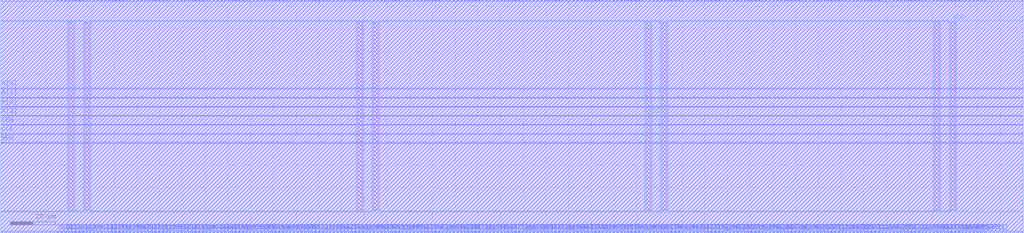
<source format=lef>
##
## LEF for PtnCells ;
## created by Innovus v15.23-s045_1 on Fri Mar 21 19:10:39 2025
##

VERSION 5.8 ;

BUSBITCHARS "[]" ;
DIVIDERCHAR "/" ;

MACRO sram_w16_256
  CLASS BLOCK ;
  SIZE 450.2000 BY 102.8000 ;
  FOREIGN sram_w16_256 0.0000 0.0000 ;
  ORIGIN 0 0 ;
  SYMMETRY X Y R90 ;
  PIN CLK
    DIRECTION INPUT ;
    USE SIGNAL ;
    PORT
      LAYER M3 ;
        RECT 0.0000 43.5500 0.6000 43.6500 ;
    END
  END CLK
  PIN D[255]
    DIRECTION INPUT ;
    USE SIGNAL ;
    PORT
      LAYER M3 ;
        RECT 433.0500 0.0000 433.1500 0.6000 ;
    END
  END D[255]
  PIN D[254]
    DIRECTION INPUT ;
    USE SIGNAL ;
    PORT
      LAYER M3 ;
        RECT 431.4500 0.0000 431.5500 0.6000 ;
    END
  END D[254]
  PIN D[253]
    DIRECTION INPUT ;
    USE SIGNAL ;
    PORT
      LAYER M3 ;
        RECT 429.8500 0.0000 429.9500 0.6000 ;
    END
  END D[253]
  PIN D[252]
    DIRECTION INPUT ;
    USE SIGNAL ;
    PORT
      LAYER M3 ;
        RECT 428.2500 0.0000 428.3500 0.6000 ;
    END
  END D[252]
  PIN D[251]
    DIRECTION INPUT ;
    USE SIGNAL ;
    PORT
      LAYER M3 ;
        RECT 426.6500 0.0000 426.7500 0.6000 ;
    END
  END D[251]
  PIN D[250]
    DIRECTION INPUT ;
    USE SIGNAL ;
    PORT
      LAYER M3 ;
        RECT 425.0500 0.0000 425.1500 0.6000 ;
    END
  END D[250]
  PIN D[249]
    DIRECTION INPUT ;
    USE SIGNAL ;
    PORT
      LAYER M3 ;
        RECT 423.4500 0.0000 423.5500 0.6000 ;
    END
  END D[249]
  PIN D[248]
    DIRECTION INPUT ;
    USE SIGNAL ;
    PORT
      LAYER M3 ;
        RECT 421.8500 0.0000 421.9500 0.6000 ;
    END
  END D[248]
  PIN D[247]
    DIRECTION INPUT ;
    USE SIGNAL ;
    PORT
      LAYER M3 ;
        RECT 420.2500 0.0000 420.3500 0.6000 ;
    END
  END D[247]
  PIN D[246]
    DIRECTION INPUT ;
    USE SIGNAL ;
    PORT
      LAYER M3 ;
        RECT 418.6500 0.0000 418.7500 0.6000 ;
    END
  END D[246]
  PIN D[245]
    DIRECTION INPUT ;
    USE SIGNAL ;
    PORT
      LAYER M3 ;
        RECT 417.0500 0.0000 417.1500 0.6000 ;
    END
  END D[245]
  PIN D[244]
    DIRECTION INPUT ;
    USE SIGNAL ;
    PORT
      LAYER M3 ;
        RECT 415.4500 0.0000 415.5500 0.6000 ;
    END
  END D[244]
  PIN D[243]
    DIRECTION INPUT ;
    USE SIGNAL ;
    PORT
      LAYER M3 ;
        RECT 413.8500 0.0000 413.9500 0.6000 ;
    END
  END D[243]
  PIN D[242]
    DIRECTION INPUT ;
    USE SIGNAL ;
    PORT
      LAYER M3 ;
        RECT 412.2500 0.0000 412.3500 0.6000 ;
    END
  END D[242]
  PIN D[241]
    DIRECTION INPUT ;
    USE SIGNAL ;
    PORT
      LAYER M3 ;
        RECT 410.6500 0.0000 410.7500 0.6000 ;
    END
  END D[241]
  PIN D[240]
    DIRECTION INPUT ;
    USE SIGNAL ;
    PORT
      LAYER M3 ;
        RECT 409.0500 0.0000 409.1500 0.6000 ;
    END
  END D[240]
  PIN D[239]
    DIRECTION INPUT ;
    USE SIGNAL ;
    PORT
      LAYER M3 ;
        RECT 407.4500 0.0000 407.5500 0.6000 ;
    END
  END D[239]
  PIN D[238]
    DIRECTION INPUT ;
    USE SIGNAL ;
    PORT
      LAYER M3 ;
        RECT 405.8500 0.0000 405.9500 0.6000 ;
    END
  END D[238]
  PIN D[237]
    DIRECTION INPUT ;
    USE SIGNAL ;
    PORT
      LAYER M3 ;
        RECT 404.2500 0.0000 404.3500 0.6000 ;
    END
  END D[237]
  PIN D[236]
    DIRECTION INPUT ;
    USE SIGNAL ;
    PORT
      LAYER M3 ;
        RECT 402.6500 0.0000 402.7500 0.6000 ;
    END
  END D[236]
  PIN D[235]
    DIRECTION INPUT ;
    USE SIGNAL ;
    PORT
      LAYER M3 ;
        RECT 401.0500 0.0000 401.1500 0.6000 ;
    END
  END D[235]
  PIN D[234]
    DIRECTION INPUT ;
    USE SIGNAL ;
    PORT
      LAYER M3 ;
        RECT 399.4500 0.0000 399.5500 0.6000 ;
    END
  END D[234]
  PIN D[233]
    DIRECTION INPUT ;
    USE SIGNAL ;
    PORT
      LAYER M3 ;
        RECT 397.8500 0.0000 397.9500 0.6000 ;
    END
  END D[233]
  PIN D[232]
    DIRECTION INPUT ;
    USE SIGNAL ;
    PORT
      LAYER M3 ;
        RECT 396.2500 0.0000 396.3500 0.6000 ;
    END
  END D[232]
  PIN D[231]
    DIRECTION INPUT ;
    USE SIGNAL ;
    PORT
      LAYER M3 ;
        RECT 394.6500 0.0000 394.7500 0.6000 ;
    END
  END D[231]
  PIN D[230]
    DIRECTION INPUT ;
    USE SIGNAL ;
    PORT
      LAYER M3 ;
        RECT 393.0500 0.0000 393.1500 0.6000 ;
    END
  END D[230]
  PIN D[229]
    DIRECTION INPUT ;
    USE SIGNAL ;
    PORT
      LAYER M3 ;
        RECT 391.4500 0.0000 391.5500 0.6000 ;
    END
  END D[229]
  PIN D[228]
    DIRECTION INPUT ;
    USE SIGNAL ;
    PORT
      LAYER M3 ;
        RECT 389.8500 0.0000 389.9500 0.6000 ;
    END
  END D[228]
  PIN D[227]
    DIRECTION INPUT ;
    USE SIGNAL ;
    PORT
      LAYER M3 ;
        RECT 388.2500 0.0000 388.3500 0.6000 ;
    END
  END D[227]
  PIN D[226]
    DIRECTION INPUT ;
    USE SIGNAL ;
    PORT
      LAYER M3 ;
        RECT 386.6500 0.0000 386.7500 0.6000 ;
    END
  END D[226]
  PIN D[225]
    DIRECTION INPUT ;
    USE SIGNAL ;
    PORT
      LAYER M3 ;
        RECT 385.0500 0.0000 385.1500 0.6000 ;
    END
  END D[225]
  PIN D[224]
    DIRECTION INPUT ;
    USE SIGNAL ;
    PORT
      LAYER M3 ;
        RECT 383.4500 0.0000 383.5500 0.6000 ;
    END
  END D[224]
  PIN D[223]
    DIRECTION INPUT ;
    USE SIGNAL ;
    PORT
      LAYER M3 ;
        RECT 381.8500 0.0000 381.9500 0.6000 ;
    END
  END D[223]
  PIN D[222]
    DIRECTION INPUT ;
    USE SIGNAL ;
    PORT
      LAYER M3 ;
        RECT 380.2500 0.0000 380.3500 0.6000 ;
    END
  END D[222]
  PIN D[221]
    DIRECTION INPUT ;
    USE SIGNAL ;
    PORT
      LAYER M3 ;
        RECT 378.6500 0.0000 378.7500 0.6000 ;
    END
  END D[221]
  PIN D[220]
    DIRECTION INPUT ;
    USE SIGNAL ;
    PORT
      LAYER M3 ;
        RECT 377.0500 0.0000 377.1500 0.6000 ;
    END
  END D[220]
  PIN D[219]
    DIRECTION INPUT ;
    USE SIGNAL ;
    PORT
      LAYER M3 ;
        RECT 375.4500 0.0000 375.5500 0.6000 ;
    END
  END D[219]
  PIN D[218]
    DIRECTION INPUT ;
    USE SIGNAL ;
    PORT
      LAYER M3 ;
        RECT 373.8500 0.0000 373.9500 0.6000 ;
    END
  END D[218]
  PIN D[217]
    DIRECTION INPUT ;
    USE SIGNAL ;
    PORT
      LAYER M3 ;
        RECT 372.2500 0.0000 372.3500 0.6000 ;
    END
  END D[217]
  PIN D[216]
    DIRECTION INPUT ;
    USE SIGNAL ;
    PORT
      LAYER M3 ;
        RECT 370.6500 0.0000 370.7500 0.6000 ;
    END
  END D[216]
  PIN D[215]
    DIRECTION INPUT ;
    USE SIGNAL ;
    PORT
      LAYER M3 ;
        RECT 369.0500 0.0000 369.1500 0.6000 ;
    END
  END D[215]
  PIN D[214]
    DIRECTION INPUT ;
    USE SIGNAL ;
    PORT
      LAYER M3 ;
        RECT 367.4500 0.0000 367.5500 0.6000 ;
    END
  END D[214]
  PIN D[213]
    DIRECTION INPUT ;
    USE SIGNAL ;
    PORT
      LAYER M3 ;
        RECT 365.8500 0.0000 365.9500 0.6000 ;
    END
  END D[213]
  PIN D[212]
    DIRECTION INPUT ;
    USE SIGNAL ;
    PORT
      LAYER M3 ;
        RECT 364.2500 0.0000 364.3500 0.6000 ;
    END
  END D[212]
  PIN D[211]
    DIRECTION INPUT ;
    USE SIGNAL ;
    PORT
      LAYER M3 ;
        RECT 362.6500 0.0000 362.7500 0.6000 ;
    END
  END D[211]
  PIN D[210]
    DIRECTION INPUT ;
    USE SIGNAL ;
    PORT
      LAYER M3 ;
        RECT 361.0500 0.0000 361.1500 0.6000 ;
    END
  END D[210]
  PIN D[209]
    DIRECTION INPUT ;
    USE SIGNAL ;
    PORT
      LAYER M3 ;
        RECT 359.4500 0.0000 359.5500 0.6000 ;
    END
  END D[209]
  PIN D[208]
    DIRECTION INPUT ;
    USE SIGNAL ;
    PORT
      LAYER M3 ;
        RECT 357.8500 0.0000 357.9500 0.6000 ;
    END
  END D[208]
  PIN D[207]
    DIRECTION INPUT ;
    USE SIGNAL ;
    PORT
      LAYER M3 ;
        RECT 356.2500 0.0000 356.3500 0.6000 ;
    END
  END D[207]
  PIN D[206]
    DIRECTION INPUT ;
    USE SIGNAL ;
    PORT
      LAYER M3 ;
        RECT 354.6500 0.0000 354.7500 0.6000 ;
    END
  END D[206]
  PIN D[205]
    DIRECTION INPUT ;
    USE SIGNAL ;
    PORT
      LAYER M3 ;
        RECT 353.0500 0.0000 353.1500 0.6000 ;
    END
  END D[205]
  PIN D[204]
    DIRECTION INPUT ;
    USE SIGNAL ;
    PORT
      LAYER M3 ;
        RECT 351.4500 0.0000 351.5500 0.6000 ;
    END
  END D[204]
  PIN D[203]
    DIRECTION INPUT ;
    USE SIGNAL ;
    PORT
      LAYER M3 ;
        RECT 349.8500 0.0000 349.9500 0.6000 ;
    END
  END D[203]
  PIN D[202]
    DIRECTION INPUT ;
    USE SIGNAL ;
    PORT
      LAYER M3 ;
        RECT 348.2500 0.0000 348.3500 0.6000 ;
    END
  END D[202]
  PIN D[201]
    DIRECTION INPUT ;
    USE SIGNAL ;
    PORT
      LAYER M3 ;
        RECT 346.6500 0.0000 346.7500 0.6000 ;
    END
  END D[201]
  PIN D[200]
    DIRECTION INPUT ;
    USE SIGNAL ;
    PORT
      LAYER M3 ;
        RECT 345.0500 0.0000 345.1500 0.6000 ;
    END
  END D[200]
  PIN D[199]
    DIRECTION INPUT ;
    USE SIGNAL ;
    PORT
      LAYER M3 ;
        RECT 343.4500 0.0000 343.5500 0.6000 ;
    END
  END D[199]
  PIN D[198]
    DIRECTION INPUT ;
    USE SIGNAL ;
    PORT
      LAYER M3 ;
        RECT 341.8500 0.0000 341.9500 0.6000 ;
    END
  END D[198]
  PIN D[197]
    DIRECTION INPUT ;
    USE SIGNAL ;
    PORT
      LAYER M3 ;
        RECT 340.2500 0.0000 340.3500 0.6000 ;
    END
  END D[197]
  PIN D[196]
    DIRECTION INPUT ;
    USE SIGNAL ;
    PORT
      LAYER M3 ;
        RECT 338.6500 0.0000 338.7500 0.6000 ;
    END
  END D[196]
  PIN D[195]
    DIRECTION INPUT ;
    USE SIGNAL ;
    PORT
      LAYER M3 ;
        RECT 337.0500 0.0000 337.1500 0.6000 ;
    END
  END D[195]
  PIN D[194]
    DIRECTION INPUT ;
    USE SIGNAL ;
    PORT
      LAYER M3 ;
        RECT 335.4500 0.0000 335.5500 0.6000 ;
    END
  END D[194]
  PIN D[193]
    DIRECTION INPUT ;
    USE SIGNAL ;
    PORT
      LAYER M3 ;
        RECT 333.8500 0.0000 333.9500 0.6000 ;
    END
  END D[193]
  PIN D[192]
    DIRECTION INPUT ;
    USE SIGNAL ;
    PORT
      LAYER M3 ;
        RECT 332.2500 0.0000 332.3500 0.6000 ;
    END
  END D[192]
  PIN D[191]
    DIRECTION INPUT ;
    USE SIGNAL ;
    PORT
      LAYER M3 ;
        RECT 330.6500 0.0000 330.7500 0.6000 ;
    END
  END D[191]
  PIN D[190]
    DIRECTION INPUT ;
    USE SIGNAL ;
    PORT
      LAYER M3 ;
        RECT 329.0500 0.0000 329.1500 0.6000 ;
    END
  END D[190]
  PIN D[189]
    DIRECTION INPUT ;
    USE SIGNAL ;
    PORT
      LAYER M3 ;
        RECT 327.4500 0.0000 327.5500 0.6000 ;
    END
  END D[189]
  PIN D[188]
    DIRECTION INPUT ;
    USE SIGNAL ;
    PORT
      LAYER M3 ;
        RECT 325.8500 0.0000 325.9500 0.6000 ;
    END
  END D[188]
  PIN D[187]
    DIRECTION INPUT ;
    USE SIGNAL ;
    PORT
      LAYER M3 ;
        RECT 324.2500 0.0000 324.3500 0.6000 ;
    END
  END D[187]
  PIN D[186]
    DIRECTION INPUT ;
    USE SIGNAL ;
    PORT
      LAYER M3 ;
        RECT 322.6500 0.0000 322.7500 0.6000 ;
    END
  END D[186]
  PIN D[185]
    DIRECTION INPUT ;
    USE SIGNAL ;
    PORT
      LAYER M3 ;
        RECT 321.0500 0.0000 321.1500 0.6000 ;
    END
  END D[185]
  PIN D[184]
    DIRECTION INPUT ;
    USE SIGNAL ;
    PORT
      LAYER M3 ;
        RECT 319.4500 0.0000 319.5500 0.6000 ;
    END
  END D[184]
  PIN D[183]
    DIRECTION INPUT ;
    USE SIGNAL ;
    PORT
      LAYER M3 ;
        RECT 317.8500 0.0000 317.9500 0.6000 ;
    END
  END D[183]
  PIN D[182]
    DIRECTION INPUT ;
    USE SIGNAL ;
    PORT
      LAYER M3 ;
        RECT 316.2500 0.0000 316.3500 0.6000 ;
    END
  END D[182]
  PIN D[181]
    DIRECTION INPUT ;
    USE SIGNAL ;
    PORT
      LAYER M3 ;
        RECT 314.6500 0.0000 314.7500 0.6000 ;
    END
  END D[181]
  PIN D[180]
    DIRECTION INPUT ;
    USE SIGNAL ;
    PORT
      LAYER M3 ;
        RECT 313.0500 0.0000 313.1500 0.6000 ;
    END
  END D[180]
  PIN D[179]
    DIRECTION INPUT ;
    USE SIGNAL ;
    PORT
      LAYER M3 ;
        RECT 311.4500 0.0000 311.5500 0.6000 ;
    END
  END D[179]
  PIN D[178]
    DIRECTION INPUT ;
    USE SIGNAL ;
    PORT
      LAYER M3 ;
        RECT 309.8500 0.0000 309.9500 0.6000 ;
    END
  END D[178]
  PIN D[177]
    DIRECTION INPUT ;
    USE SIGNAL ;
    PORT
      LAYER M3 ;
        RECT 308.2500 0.0000 308.3500 0.6000 ;
    END
  END D[177]
  PIN D[176]
    DIRECTION INPUT ;
    USE SIGNAL ;
    PORT
      LAYER M3 ;
        RECT 306.6500 0.0000 306.7500 0.6000 ;
    END
  END D[176]
  PIN D[175]
    DIRECTION INPUT ;
    USE SIGNAL ;
    PORT
      LAYER M3 ;
        RECT 305.0500 0.0000 305.1500 0.6000 ;
    END
  END D[175]
  PIN D[174]
    DIRECTION INPUT ;
    USE SIGNAL ;
    PORT
      LAYER M3 ;
        RECT 303.4500 0.0000 303.5500 0.6000 ;
    END
  END D[174]
  PIN D[173]
    DIRECTION INPUT ;
    USE SIGNAL ;
    PORT
      LAYER M3 ;
        RECT 301.8500 0.0000 301.9500 0.6000 ;
    END
  END D[173]
  PIN D[172]
    DIRECTION INPUT ;
    USE SIGNAL ;
    PORT
      LAYER M3 ;
        RECT 300.2500 0.0000 300.3500 0.6000 ;
    END
  END D[172]
  PIN D[171]
    DIRECTION INPUT ;
    USE SIGNAL ;
    PORT
      LAYER M3 ;
        RECT 298.6500 0.0000 298.7500 0.6000 ;
    END
  END D[171]
  PIN D[170]
    DIRECTION INPUT ;
    USE SIGNAL ;
    PORT
      LAYER M3 ;
        RECT 297.0500 0.0000 297.1500 0.6000 ;
    END
  END D[170]
  PIN D[169]
    DIRECTION INPUT ;
    USE SIGNAL ;
    PORT
      LAYER M3 ;
        RECT 295.4500 0.0000 295.5500 0.6000 ;
    END
  END D[169]
  PIN D[168]
    DIRECTION INPUT ;
    USE SIGNAL ;
    PORT
      LAYER M3 ;
        RECT 293.8500 0.0000 293.9500 0.6000 ;
    END
  END D[168]
  PIN D[167]
    DIRECTION INPUT ;
    USE SIGNAL ;
    PORT
      LAYER M3 ;
        RECT 292.2500 0.0000 292.3500 0.6000 ;
    END
  END D[167]
  PIN D[166]
    DIRECTION INPUT ;
    USE SIGNAL ;
    PORT
      LAYER M3 ;
        RECT 290.6500 0.0000 290.7500 0.6000 ;
    END
  END D[166]
  PIN D[165]
    DIRECTION INPUT ;
    USE SIGNAL ;
    PORT
      LAYER M3 ;
        RECT 289.0500 0.0000 289.1500 0.6000 ;
    END
  END D[165]
  PIN D[164]
    DIRECTION INPUT ;
    USE SIGNAL ;
    PORT
      LAYER M3 ;
        RECT 287.4500 0.0000 287.5500 0.6000 ;
    END
  END D[164]
  PIN D[163]
    DIRECTION INPUT ;
    USE SIGNAL ;
    PORT
      LAYER M3 ;
        RECT 285.8500 0.0000 285.9500 0.6000 ;
    END
  END D[163]
  PIN D[162]
    DIRECTION INPUT ;
    USE SIGNAL ;
    PORT
      LAYER M3 ;
        RECT 284.2500 0.0000 284.3500 0.6000 ;
    END
  END D[162]
  PIN D[161]
    DIRECTION INPUT ;
    USE SIGNAL ;
    PORT
      LAYER M3 ;
        RECT 282.6500 0.0000 282.7500 0.6000 ;
    END
  END D[161]
  PIN D[160]
    DIRECTION INPUT ;
    USE SIGNAL ;
    PORT
      LAYER M3 ;
        RECT 281.0500 0.0000 281.1500 0.6000 ;
    END
  END D[160]
  PIN D[159]
    DIRECTION INPUT ;
    USE SIGNAL ;
    PORT
      LAYER M3 ;
        RECT 279.4500 0.0000 279.5500 0.6000 ;
    END
  END D[159]
  PIN D[158]
    DIRECTION INPUT ;
    USE SIGNAL ;
    PORT
      LAYER M3 ;
        RECT 277.8500 0.0000 277.9500 0.6000 ;
    END
  END D[158]
  PIN D[157]
    DIRECTION INPUT ;
    USE SIGNAL ;
    PORT
      LAYER M3 ;
        RECT 276.2500 0.0000 276.3500 0.6000 ;
    END
  END D[157]
  PIN D[156]
    DIRECTION INPUT ;
    USE SIGNAL ;
    PORT
      LAYER M3 ;
        RECT 274.6500 0.0000 274.7500 0.6000 ;
    END
  END D[156]
  PIN D[155]
    DIRECTION INPUT ;
    USE SIGNAL ;
    PORT
      LAYER M3 ;
        RECT 273.0500 0.0000 273.1500 0.6000 ;
    END
  END D[155]
  PIN D[154]
    DIRECTION INPUT ;
    USE SIGNAL ;
    PORT
      LAYER M3 ;
        RECT 271.4500 0.0000 271.5500 0.6000 ;
    END
  END D[154]
  PIN D[153]
    DIRECTION INPUT ;
    USE SIGNAL ;
    PORT
      LAYER M3 ;
        RECT 269.8500 0.0000 269.9500 0.6000 ;
    END
  END D[153]
  PIN D[152]
    DIRECTION INPUT ;
    USE SIGNAL ;
    PORT
      LAYER M3 ;
        RECT 268.2500 0.0000 268.3500 0.6000 ;
    END
  END D[152]
  PIN D[151]
    DIRECTION INPUT ;
    USE SIGNAL ;
    PORT
      LAYER M3 ;
        RECT 266.6500 0.0000 266.7500 0.6000 ;
    END
  END D[151]
  PIN D[150]
    DIRECTION INPUT ;
    USE SIGNAL ;
    PORT
      LAYER M3 ;
        RECT 265.0500 0.0000 265.1500 0.6000 ;
    END
  END D[150]
  PIN D[149]
    DIRECTION INPUT ;
    USE SIGNAL ;
    PORT
      LAYER M3 ;
        RECT 263.4500 0.0000 263.5500 0.6000 ;
    END
  END D[149]
  PIN D[148]
    DIRECTION INPUT ;
    USE SIGNAL ;
    PORT
      LAYER M3 ;
        RECT 261.8500 0.0000 261.9500 0.6000 ;
    END
  END D[148]
  PIN D[147]
    DIRECTION INPUT ;
    USE SIGNAL ;
    PORT
      LAYER M3 ;
        RECT 260.2500 0.0000 260.3500 0.6000 ;
    END
  END D[147]
  PIN D[146]
    DIRECTION INPUT ;
    USE SIGNAL ;
    PORT
      LAYER M3 ;
        RECT 258.6500 0.0000 258.7500 0.6000 ;
    END
  END D[146]
  PIN D[145]
    DIRECTION INPUT ;
    USE SIGNAL ;
    PORT
      LAYER M3 ;
        RECT 257.0500 0.0000 257.1500 0.6000 ;
    END
  END D[145]
  PIN D[144]
    DIRECTION INPUT ;
    USE SIGNAL ;
    PORT
      LAYER M3 ;
        RECT 255.4500 0.0000 255.5500 0.6000 ;
    END
  END D[144]
  PIN D[143]
    DIRECTION INPUT ;
    USE SIGNAL ;
    PORT
      LAYER M3 ;
        RECT 253.8500 0.0000 253.9500 0.6000 ;
    END
  END D[143]
  PIN D[142]
    DIRECTION INPUT ;
    USE SIGNAL ;
    PORT
      LAYER M3 ;
        RECT 252.2500 0.0000 252.3500 0.6000 ;
    END
  END D[142]
  PIN D[141]
    DIRECTION INPUT ;
    USE SIGNAL ;
    PORT
      LAYER M3 ;
        RECT 250.6500 0.0000 250.7500 0.6000 ;
    END
  END D[141]
  PIN D[140]
    DIRECTION INPUT ;
    USE SIGNAL ;
    PORT
      LAYER M3 ;
        RECT 249.0500 0.0000 249.1500 0.6000 ;
    END
  END D[140]
  PIN D[139]
    DIRECTION INPUT ;
    USE SIGNAL ;
    PORT
      LAYER M3 ;
        RECT 247.4500 0.0000 247.5500 0.6000 ;
    END
  END D[139]
  PIN D[138]
    DIRECTION INPUT ;
    USE SIGNAL ;
    PORT
      LAYER M3 ;
        RECT 245.8500 0.0000 245.9500 0.6000 ;
    END
  END D[138]
  PIN D[137]
    DIRECTION INPUT ;
    USE SIGNAL ;
    PORT
      LAYER M3 ;
        RECT 244.2500 0.0000 244.3500 0.6000 ;
    END
  END D[137]
  PIN D[136]
    DIRECTION INPUT ;
    USE SIGNAL ;
    PORT
      LAYER M3 ;
        RECT 242.6500 0.0000 242.7500 0.6000 ;
    END
  END D[136]
  PIN D[135]
    DIRECTION INPUT ;
    USE SIGNAL ;
    PORT
      LAYER M3 ;
        RECT 241.0500 0.0000 241.1500 0.6000 ;
    END
  END D[135]
  PIN D[134]
    DIRECTION INPUT ;
    USE SIGNAL ;
    PORT
      LAYER M3 ;
        RECT 239.4500 0.0000 239.5500 0.6000 ;
    END
  END D[134]
  PIN D[133]
    DIRECTION INPUT ;
    USE SIGNAL ;
    PORT
      LAYER M3 ;
        RECT 237.8500 0.0000 237.9500 0.6000 ;
    END
  END D[133]
  PIN D[132]
    DIRECTION INPUT ;
    USE SIGNAL ;
    PORT
      LAYER M3 ;
        RECT 236.2500 0.0000 236.3500 0.6000 ;
    END
  END D[132]
  PIN D[131]
    DIRECTION INPUT ;
    USE SIGNAL ;
    PORT
      LAYER M3 ;
        RECT 234.6500 0.0000 234.7500 0.6000 ;
    END
  END D[131]
  PIN D[130]
    DIRECTION INPUT ;
    USE SIGNAL ;
    PORT
      LAYER M3 ;
        RECT 233.0500 0.0000 233.1500 0.6000 ;
    END
  END D[130]
  PIN D[129]
    DIRECTION INPUT ;
    USE SIGNAL ;
    PORT
      LAYER M3 ;
        RECT 231.4500 0.0000 231.5500 0.6000 ;
    END
  END D[129]
  PIN D[128]
    DIRECTION INPUT ;
    USE SIGNAL ;
    PORT
      LAYER M3 ;
        RECT 229.8500 0.0000 229.9500 0.6000 ;
    END
  END D[128]
  PIN D[127]
    DIRECTION INPUT ;
    USE SIGNAL ;
    PORT
      LAYER M3 ;
        RECT 228.2500 0.0000 228.3500 0.6000 ;
    END
  END D[127]
  PIN D[126]
    DIRECTION INPUT ;
    USE SIGNAL ;
    PORT
      LAYER M3 ;
        RECT 226.6500 0.0000 226.7500 0.6000 ;
    END
  END D[126]
  PIN D[125]
    DIRECTION INPUT ;
    USE SIGNAL ;
    PORT
      LAYER M3 ;
        RECT 225.0500 0.0000 225.1500 0.6000 ;
    END
  END D[125]
  PIN D[124]
    DIRECTION INPUT ;
    USE SIGNAL ;
    PORT
      LAYER M3 ;
        RECT 223.4500 0.0000 223.5500 0.6000 ;
    END
  END D[124]
  PIN D[123]
    DIRECTION INPUT ;
    USE SIGNAL ;
    PORT
      LAYER M3 ;
        RECT 221.8500 0.0000 221.9500 0.6000 ;
    END
  END D[123]
  PIN D[122]
    DIRECTION INPUT ;
    USE SIGNAL ;
    PORT
      LAYER M3 ;
        RECT 220.2500 0.0000 220.3500 0.6000 ;
    END
  END D[122]
  PIN D[121]
    DIRECTION INPUT ;
    USE SIGNAL ;
    PORT
      LAYER M3 ;
        RECT 218.6500 0.0000 218.7500 0.6000 ;
    END
  END D[121]
  PIN D[120]
    DIRECTION INPUT ;
    USE SIGNAL ;
    PORT
      LAYER M3 ;
        RECT 217.0500 0.0000 217.1500 0.6000 ;
    END
  END D[120]
  PIN D[119]
    DIRECTION INPUT ;
    USE SIGNAL ;
    PORT
      LAYER M3 ;
        RECT 215.4500 0.0000 215.5500 0.6000 ;
    END
  END D[119]
  PIN D[118]
    DIRECTION INPUT ;
    USE SIGNAL ;
    PORT
      LAYER M3 ;
        RECT 213.8500 0.0000 213.9500 0.6000 ;
    END
  END D[118]
  PIN D[117]
    DIRECTION INPUT ;
    USE SIGNAL ;
    PORT
      LAYER M3 ;
        RECT 212.2500 0.0000 212.3500 0.6000 ;
    END
  END D[117]
  PIN D[116]
    DIRECTION INPUT ;
    USE SIGNAL ;
    PORT
      LAYER M3 ;
        RECT 210.6500 0.0000 210.7500 0.6000 ;
    END
  END D[116]
  PIN D[115]
    DIRECTION INPUT ;
    USE SIGNAL ;
    PORT
      LAYER M3 ;
        RECT 209.0500 0.0000 209.1500 0.6000 ;
    END
  END D[115]
  PIN D[114]
    DIRECTION INPUT ;
    USE SIGNAL ;
    PORT
      LAYER M3 ;
        RECT 207.4500 0.0000 207.5500 0.6000 ;
    END
  END D[114]
  PIN D[113]
    DIRECTION INPUT ;
    USE SIGNAL ;
    PORT
      LAYER M3 ;
        RECT 205.8500 0.0000 205.9500 0.6000 ;
    END
  END D[113]
  PIN D[112]
    DIRECTION INPUT ;
    USE SIGNAL ;
    PORT
      LAYER M3 ;
        RECT 204.2500 0.0000 204.3500 0.6000 ;
    END
  END D[112]
  PIN D[111]
    DIRECTION INPUT ;
    USE SIGNAL ;
    PORT
      LAYER M3 ;
        RECT 202.6500 0.0000 202.7500 0.6000 ;
    END
  END D[111]
  PIN D[110]
    DIRECTION INPUT ;
    USE SIGNAL ;
    PORT
      LAYER M3 ;
        RECT 201.0500 0.0000 201.1500 0.6000 ;
    END
  END D[110]
  PIN D[109]
    DIRECTION INPUT ;
    USE SIGNAL ;
    PORT
      LAYER M3 ;
        RECT 199.4500 0.0000 199.5500 0.6000 ;
    END
  END D[109]
  PIN D[108]
    DIRECTION INPUT ;
    USE SIGNAL ;
    PORT
      LAYER M3 ;
        RECT 197.8500 0.0000 197.9500 0.6000 ;
    END
  END D[108]
  PIN D[107]
    DIRECTION INPUT ;
    USE SIGNAL ;
    PORT
      LAYER M3 ;
        RECT 196.2500 0.0000 196.3500 0.6000 ;
    END
  END D[107]
  PIN D[106]
    DIRECTION INPUT ;
    USE SIGNAL ;
    PORT
      LAYER M3 ;
        RECT 194.6500 0.0000 194.7500 0.6000 ;
    END
  END D[106]
  PIN D[105]
    DIRECTION INPUT ;
    USE SIGNAL ;
    PORT
      LAYER M3 ;
        RECT 193.0500 0.0000 193.1500 0.6000 ;
    END
  END D[105]
  PIN D[104]
    DIRECTION INPUT ;
    USE SIGNAL ;
    PORT
      LAYER M3 ;
        RECT 191.4500 0.0000 191.5500 0.6000 ;
    END
  END D[104]
  PIN D[103]
    DIRECTION INPUT ;
    USE SIGNAL ;
    PORT
      LAYER M3 ;
        RECT 189.8500 0.0000 189.9500 0.6000 ;
    END
  END D[103]
  PIN D[102]
    DIRECTION INPUT ;
    USE SIGNAL ;
    PORT
      LAYER M3 ;
        RECT 188.2500 0.0000 188.3500 0.6000 ;
    END
  END D[102]
  PIN D[101]
    DIRECTION INPUT ;
    USE SIGNAL ;
    PORT
      LAYER M3 ;
        RECT 186.6500 0.0000 186.7500 0.6000 ;
    END
  END D[101]
  PIN D[100]
    DIRECTION INPUT ;
    USE SIGNAL ;
    PORT
      LAYER M3 ;
        RECT 185.0500 0.0000 185.1500 0.6000 ;
    END
  END D[100]
  PIN D[99]
    DIRECTION INPUT ;
    USE SIGNAL ;
    PORT
      LAYER M3 ;
        RECT 183.4500 0.0000 183.5500 0.6000 ;
    END
  END D[99]
  PIN D[98]
    DIRECTION INPUT ;
    USE SIGNAL ;
    PORT
      LAYER M3 ;
        RECT 181.8500 0.0000 181.9500 0.6000 ;
    END
  END D[98]
  PIN D[97]
    DIRECTION INPUT ;
    USE SIGNAL ;
    PORT
      LAYER M3 ;
        RECT 180.2500 0.0000 180.3500 0.6000 ;
    END
  END D[97]
  PIN D[96]
    DIRECTION INPUT ;
    USE SIGNAL ;
    PORT
      LAYER M3 ;
        RECT 178.6500 0.0000 178.7500 0.6000 ;
    END
  END D[96]
  PIN D[95]
    DIRECTION INPUT ;
    USE SIGNAL ;
    PORT
      LAYER M3 ;
        RECT 177.0500 0.0000 177.1500 0.6000 ;
    END
  END D[95]
  PIN D[94]
    DIRECTION INPUT ;
    USE SIGNAL ;
    PORT
      LAYER M3 ;
        RECT 175.4500 0.0000 175.5500 0.6000 ;
    END
  END D[94]
  PIN D[93]
    DIRECTION INPUT ;
    USE SIGNAL ;
    PORT
      LAYER M3 ;
        RECT 173.8500 0.0000 173.9500 0.6000 ;
    END
  END D[93]
  PIN D[92]
    DIRECTION INPUT ;
    USE SIGNAL ;
    PORT
      LAYER M3 ;
        RECT 172.2500 0.0000 172.3500 0.6000 ;
    END
  END D[92]
  PIN D[91]
    DIRECTION INPUT ;
    USE SIGNAL ;
    PORT
      LAYER M3 ;
        RECT 170.6500 0.0000 170.7500 0.6000 ;
    END
  END D[91]
  PIN D[90]
    DIRECTION INPUT ;
    USE SIGNAL ;
    PORT
      LAYER M3 ;
        RECT 169.0500 0.0000 169.1500 0.6000 ;
    END
  END D[90]
  PIN D[89]
    DIRECTION INPUT ;
    USE SIGNAL ;
    PORT
      LAYER M3 ;
        RECT 167.4500 0.0000 167.5500 0.6000 ;
    END
  END D[89]
  PIN D[88]
    DIRECTION INPUT ;
    USE SIGNAL ;
    PORT
      LAYER M3 ;
        RECT 165.8500 0.0000 165.9500 0.6000 ;
    END
  END D[88]
  PIN D[87]
    DIRECTION INPUT ;
    USE SIGNAL ;
    PORT
      LAYER M3 ;
        RECT 164.2500 0.0000 164.3500 0.6000 ;
    END
  END D[87]
  PIN D[86]
    DIRECTION INPUT ;
    USE SIGNAL ;
    PORT
      LAYER M3 ;
        RECT 162.6500 0.0000 162.7500 0.6000 ;
    END
  END D[86]
  PIN D[85]
    DIRECTION INPUT ;
    USE SIGNAL ;
    PORT
      LAYER M3 ;
        RECT 161.0500 0.0000 161.1500 0.6000 ;
    END
  END D[85]
  PIN D[84]
    DIRECTION INPUT ;
    USE SIGNAL ;
    PORT
      LAYER M3 ;
        RECT 159.4500 0.0000 159.5500 0.6000 ;
    END
  END D[84]
  PIN D[83]
    DIRECTION INPUT ;
    USE SIGNAL ;
    PORT
      LAYER M3 ;
        RECT 157.8500 0.0000 157.9500 0.6000 ;
    END
  END D[83]
  PIN D[82]
    DIRECTION INPUT ;
    USE SIGNAL ;
    PORT
      LAYER M3 ;
        RECT 156.2500 0.0000 156.3500 0.6000 ;
    END
  END D[82]
  PIN D[81]
    DIRECTION INPUT ;
    USE SIGNAL ;
    PORT
      LAYER M3 ;
        RECT 154.6500 0.0000 154.7500 0.6000 ;
    END
  END D[81]
  PIN D[80]
    DIRECTION INPUT ;
    USE SIGNAL ;
    PORT
      LAYER M3 ;
        RECT 153.0500 0.0000 153.1500 0.6000 ;
    END
  END D[80]
  PIN D[79]
    DIRECTION INPUT ;
    USE SIGNAL ;
    PORT
      LAYER M3 ;
        RECT 151.4500 0.0000 151.5500 0.6000 ;
    END
  END D[79]
  PIN D[78]
    DIRECTION INPUT ;
    USE SIGNAL ;
    PORT
      LAYER M3 ;
        RECT 149.8500 0.0000 149.9500 0.6000 ;
    END
  END D[78]
  PIN D[77]
    DIRECTION INPUT ;
    USE SIGNAL ;
    PORT
      LAYER M3 ;
        RECT 148.2500 0.0000 148.3500 0.6000 ;
    END
  END D[77]
  PIN D[76]
    DIRECTION INPUT ;
    USE SIGNAL ;
    PORT
      LAYER M3 ;
        RECT 146.6500 0.0000 146.7500 0.6000 ;
    END
  END D[76]
  PIN D[75]
    DIRECTION INPUT ;
    USE SIGNAL ;
    PORT
      LAYER M3 ;
        RECT 145.0500 0.0000 145.1500 0.6000 ;
    END
  END D[75]
  PIN D[74]
    DIRECTION INPUT ;
    USE SIGNAL ;
    PORT
      LAYER M3 ;
        RECT 143.4500 0.0000 143.5500 0.6000 ;
    END
  END D[74]
  PIN D[73]
    DIRECTION INPUT ;
    USE SIGNAL ;
    PORT
      LAYER M3 ;
        RECT 141.8500 0.0000 141.9500 0.6000 ;
    END
  END D[73]
  PIN D[72]
    DIRECTION INPUT ;
    USE SIGNAL ;
    PORT
      LAYER M3 ;
        RECT 140.2500 0.0000 140.3500 0.6000 ;
    END
  END D[72]
  PIN D[71]
    DIRECTION INPUT ;
    USE SIGNAL ;
    PORT
      LAYER M3 ;
        RECT 138.6500 0.0000 138.7500 0.6000 ;
    END
  END D[71]
  PIN D[70]
    DIRECTION INPUT ;
    USE SIGNAL ;
    PORT
      LAYER M3 ;
        RECT 137.0500 0.0000 137.1500 0.6000 ;
    END
  END D[70]
  PIN D[69]
    DIRECTION INPUT ;
    USE SIGNAL ;
    PORT
      LAYER M3 ;
        RECT 135.4500 0.0000 135.5500 0.6000 ;
    END
  END D[69]
  PIN D[68]
    DIRECTION INPUT ;
    USE SIGNAL ;
    PORT
      LAYER M3 ;
        RECT 133.8500 0.0000 133.9500 0.6000 ;
    END
  END D[68]
  PIN D[67]
    DIRECTION INPUT ;
    USE SIGNAL ;
    PORT
      LAYER M3 ;
        RECT 132.2500 0.0000 132.3500 0.6000 ;
    END
  END D[67]
  PIN D[66]
    DIRECTION INPUT ;
    USE SIGNAL ;
    PORT
      LAYER M3 ;
        RECT 130.6500 0.0000 130.7500 0.6000 ;
    END
  END D[66]
  PIN D[65]
    DIRECTION INPUT ;
    USE SIGNAL ;
    PORT
      LAYER M3 ;
        RECT 129.0500 0.0000 129.1500 0.6000 ;
    END
  END D[65]
  PIN D[64]
    DIRECTION INPUT ;
    USE SIGNAL ;
    PORT
      LAYER M3 ;
        RECT 127.4500 0.0000 127.5500 0.6000 ;
    END
  END D[64]
  PIN D[63]
    DIRECTION INPUT ;
    USE SIGNAL ;
    PORT
      LAYER M3 ;
        RECT 125.8500 0.0000 125.9500 0.6000 ;
    END
  END D[63]
  PIN D[62]
    DIRECTION INPUT ;
    USE SIGNAL ;
    PORT
      LAYER M3 ;
        RECT 124.2500 0.0000 124.3500 0.6000 ;
    END
  END D[62]
  PIN D[61]
    DIRECTION INPUT ;
    USE SIGNAL ;
    PORT
      LAYER M3 ;
        RECT 122.6500 0.0000 122.7500 0.6000 ;
    END
  END D[61]
  PIN D[60]
    DIRECTION INPUT ;
    USE SIGNAL ;
    PORT
      LAYER M3 ;
        RECT 121.0500 0.0000 121.1500 0.6000 ;
    END
  END D[60]
  PIN D[59]
    DIRECTION INPUT ;
    USE SIGNAL ;
    PORT
      LAYER M3 ;
        RECT 119.4500 0.0000 119.5500 0.6000 ;
    END
  END D[59]
  PIN D[58]
    DIRECTION INPUT ;
    USE SIGNAL ;
    PORT
      LAYER M3 ;
        RECT 117.8500 0.0000 117.9500 0.6000 ;
    END
  END D[58]
  PIN D[57]
    DIRECTION INPUT ;
    USE SIGNAL ;
    PORT
      LAYER M3 ;
        RECT 116.2500 0.0000 116.3500 0.6000 ;
    END
  END D[57]
  PIN D[56]
    DIRECTION INPUT ;
    USE SIGNAL ;
    PORT
      LAYER M3 ;
        RECT 114.6500 0.0000 114.7500 0.6000 ;
    END
  END D[56]
  PIN D[55]
    DIRECTION INPUT ;
    USE SIGNAL ;
    PORT
      LAYER M3 ;
        RECT 113.0500 0.0000 113.1500 0.6000 ;
    END
  END D[55]
  PIN D[54]
    DIRECTION INPUT ;
    USE SIGNAL ;
    PORT
      LAYER M3 ;
        RECT 111.4500 0.0000 111.5500 0.6000 ;
    END
  END D[54]
  PIN D[53]
    DIRECTION INPUT ;
    USE SIGNAL ;
    PORT
      LAYER M3 ;
        RECT 109.8500 0.0000 109.9500 0.6000 ;
    END
  END D[53]
  PIN D[52]
    DIRECTION INPUT ;
    USE SIGNAL ;
    PORT
      LAYER M3 ;
        RECT 108.2500 0.0000 108.3500 0.6000 ;
    END
  END D[52]
  PIN D[51]
    DIRECTION INPUT ;
    USE SIGNAL ;
    PORT
      LAYER M3 ;
        RECT 106.6500 0.0000 106.7500 0.6000 ;
    END
  END D[51]
  PIN D[50]
    DIRECTION INPUT ;
    USE SIGNAL ;
    PORT
      LAYER M3 ;
        RECT 105.0500 0.0000 105.1500 0.6000 ;
    END
  END D[50]
  PIN D[49]
    DIRECTION INPUT ;
    USE SIGNAL ;
    PORT
      LAYER M3 ;
        RECT 103.4500 0.0000 103.5500 0.6000 ;
    END
  END D[49]
  PIN D[48]
    DIRECTION INPUT ;
    USE SIGNAL ;
    PORT
      LAYER M3 ;
        RECT 101.8500 0.0000 101.9500 0.6000 ;
    END
  END D[48]
  PIN D[47]
    DIRECTION INPUT ;
    USE SIGNAL ;
    PORT
      LAYER M3 ;
        RECT 100.2500 0.0000 100.3500 0.6000 ;
    END
  END D[47]
  PIN D[46]
    DIRECTION INPUT ;
    USE SIGNAL ;
    PORT
      LAYER M3 ;
        RECT 98.6500 0.0000 98.7500 0.6000 ;
    END
  END D[46]
  PIN D[45]
    DIRECTION INPUT ;
    USE SIGNAL ;
    PORT
      LAYER M3 ;
        RECT 97.0500 0.0000 97.1500 0.6000 ;
    END
  END D[45]
  PIN D[44]
    DIRECTION INPUT ;
    USE SIGNAL ;
    PORT
      LAYER M3 ;
        RECT 95.4500 0.0000 95.5500 0.6000 ;
    END
  END D[44]
  PIN D[43]
    DIRECTION INPUT ;
    USE SIGNAL ;
    PORT
      LAYER M3 ;
        RECT 93.8500 0.0000 93.9500 0.6000 ;
    END
  END D[43]
  PIN D[42]
    DIRECTION INPUT ;
    USE SIGNAL ;
    PORT
      LAYER M3 ;
        RECT 92.2500 0.0000 92.3500 0.6000 ;
    END
  END D[42]
  PIN D[41]
    DIRECTION INPUT ;
    USE SIGNAL ;
    PORT
      LAYER M3 ;
        RECT 90.6500 0.0000 90.7500 0.6000 ;
    END
  END D[41]
  PIN D[40]
    DIRECTION INPUT ;
    USE SIGNAL ;
    PORT
      LAYER M3 ;
        RECT 89.0500 0.0000 89.1500 0.6000 ;
    END
  END D[40]
  PIN D[39]
    DIRECTION INPUT ;
    USE SIGNAL ;
    PORT
      LAYER M3 ;
        RECT 87.4500 0.0000 87.5500 0.6000 ;
    END
  END D[39]
  PIN D[38]
    DIRECTION INPUT ;
    USE SIGNAL ;
    PORT
      LAYER M3 ;
        RECT 85.8500 0.0000 85.9500 0.6000 ;
    END
  END D[38]
  PIN D[37]
    DIRECTION INPUT ;
    USE SIGNAL ;
    PORT
      LAYER M3 ;
        RECT 84.2500 0.0000 84.3500 0.6000 ;
    END
  END D[37]
  PIN D[36]
    DIRECTION INPUT ;
    USE SIGNAL ;
    PORT
      LAYER M3 ;
        RECT 82.6500 0.0000 82.7500 0.6000 ;
    END
  END D[36]
  PIN D[35]
    DIRECTION INPUT ;
    USE SIGNAL ;
    PORT
      LAYER M3 ;
        RECT 81.0500 0.0000 81.1500 0.6000 ;
    END
  END D[35]
  PIN D[34]
    DIRECTION INPUT ;
    USE SIGNAL ;
    PORT
      LAYER M3 ;
        RECT 79.4500 0.0000 79.5500 0.6000 ;
    END
  END D[34]
  PIN D[33]
    DIRECTION INPUT ;
    USE SIGNAL ;
    PORT
      LAYER M3 ;
        RECT 77.8500 0.0000 77.9500 0.6000 ;
    END
  END D[33]
  PIN D[32]
    DIRECTION INPUT ;
    USE SIGNAL ;
    PORT
      LAYER M3 ;
        RECT 76.2500 0.0000 76.3500 0.6000 ;
    END
  END D[32]
  PIN D[31]
    DIRECTION INPUT ;
    USE SIGNAL ;
    PORT
      LAYER M3 ;
        RECT 74.6500 0.0000 74.7500 0.6000 ;
    END
  END D[31]
  PIN D[30]
    DIRECTION INPUT ;
    USE SIGNAL ;
    PORT
      LAYER M3 ;
        RECT 73.0500 0.0000 73.1500 0.6000 ;
    END
  END D[30]
  PIN D[29]
    DIRECTION INPUT ;
    USE SIGNAL ;
    PORT
      LAYER M3 ;
        RECT 71.4500 0.0000 71.5500 0.6000 ;
    END
  END D[29]
  PIN D[28]
    DIRECTION INPUT ;
    USE SIGNAL ;
    PORT
      LAYER M3 ;
        RECT 69.8500 0.0000 69.9500 0.6000 ;
    END
  END D[28]
  PIN D[27]
    DIRECTION INPUT ;
    USE SIGNAL ;
    PORT
      LAYER M3 ;
        RECT 68.2500 0.0000 68.3500 0.6000 ;
    END
  END D[27]
  PIN D[26]
    DIRECTION INPUT ;
    USE SIGNAL ;
    PORT
      LAYER M3 ;
        RECT 66.6500 0.0000 66.7500 0.6000 ;
    END
  END D[26]
  PIN D[25]
    DIRECTION INPUT ;
    USE SIGNAL ;
    PORT
      LAYER M3 ;
        RECT 65.0500 0.0000 65.1500 0.6000 ;
    END
  END D[25]
  PIN D[24]
    DIRECTION INPUT ;
    USE SIGNAL ;
    PORT
      LAYER M3 ;
        RECT 63.4500 0.0000 63.5500 0.6000 ;
    END
  END D[24]
  PIN D[23]
    DIRECTION INPUT ;
    USE SIGNAL ;
    PORT
      LAYER M3 ;
        RECT 61.8500 0.0000 61.9500 0.6000 ;
    END
  END D[23]
  PIN D[22]
    DIRECTION INPUT ;
    USE SIGNAL ;
    PORT
      LAYER M3 ;
        RECT 60.2500 0.0000 60.3500 0.6000 ;
    END
  END D[22]
  PIN D[21]
    DIRECTION INPUT ;
    USE SIGNAL ;
    PORT
      LAYER M3 ;
        RECT 58.6500 0.0000 58.7500 0.6000 ;
    END
  END D[21]
  PIN D[20]
    DIRECTION INPUT ;
    USE SIGNAL ;
    PORT
      LAYER M3 ;
        RECT 57.0500 0.0000 57.1500 0.6000 ;
    END
  END D[20]
  PIN D[19]
    DIRECTION INPUT ;
    USE SIGNAL ;
    PORT
      LAYER M3 ;
        RECT 55.4500 0.0000 55.5500 0.6000 ;
    END
  END D[19]
  PIN D[18]
    DIRECTION INPUT ;
    USE SIGNAL ;
    PORT
      LAYER M3 ;
        RECT 53.8500 0.0000 53.9500 0.6000 ;
    END
  END D[18]
  PIN D[17]
    DIRECTION INPUT ;
    USE SIGNAL ;
    PORT
      LAYER M3 ;
        RECT 52.2500 0.0000 52.3500 0.6000 ;
    END
  END D[17]
  PIN D[16]
    DIRECTION INPUT ;
    USE SIGNAL ;
    PORT
      LAYER M3 ;
        RECT 50.6500 0.0000 50.7500 0.6000 ;
    END
  END D[16]
  PIN D[15]
    DIRECTION INPUT ;
    USE SIGNAL ;
    PORT
      LAYER M3 ;
        RECT 49.0500 0.0000 49.1500 0.6000 ;
    END
  END D[15]
  PIN D[14]
    DIRECTION INPUT ;
    USE SIGNAL ;
    PORT
      LAYER M3 ;
        RECT 47.4500 0.0000 47.5500 0.6000 ;
    END
  END D[14]
  PIN D[13]
    DIRECTION INPUT ;
    USE SIGNAL ;
    PORT
      LAYER M3 ;
        RECT 45.8500 0.0000 45.9500 0.6000 ;
    END
  END D[13]
  PIN D[12]
    DIRECTION INPUT ;
    USE SIGNAL ;
    PORT
      LAYER M3 ;
        RECT 44.2500 0.0000 44.3500 0.6000 ;
    END
  END D[12]
  PIN D[11]
    DIRECTION INPUT ;
    USE SIGNAL ;
    PORT
      LAYER M3 ;
        RECT 42.6500 0.0000 42.7500 0.6000 ;
    END
  END D[11]
  PIN D[10]
    DIRECTION INPUT ;
    USE SIGNAL ;
    PORT
      LAYER M3 ;
        RECT 41.0500 0.0000 41.1500 0.6000 ;
    END
  END D[10]
  PIN D[9]
    DIRECTION INPUT ;
    USE SIGNAL ;
    PORT
      LAYER M3 ;
        RECT 39.4500 0.0000 39.5500 0.6000 ;
    END
  END D[9]
  PIN D[8]
    DIRECTION INPUT ;
    USE SIGNAL ;
    PORT
      LAYER M3 ;
        RECT 37.8500 0.0000 37.9500 0.6000 ;
    END
  END D[8]
  PIN D[7]
    DIRECTION INPUT ;
    USE SIGNAL ;
    PORT
      LAYER M3 ;
        RECT 36.2500 0.0000 36.3500 0.6000 ;
    END
  END D[7]
  PIN D[6]
    DIRECTION INPUT ;
    USE SIGNAL ;
    PORT
      LAYER M3 ;
        RECT 34.6500 0.0000 34.7500 0.6000 ;
    END
  END D[6]
  PIN D[5]
    DIRECTION INPUT ;
    USE SIGNAL ;
    PORT
      LAYER M3 ;
        RECT 33.0500 0.0000 33.1500 0.6000 ;
    END
  END D[5]
  PIN D[4]
    DIRECTION INPUT ;
    USE SIGNAL ;
    PORT
      LAYER M3 ;
        RECT 31.4500 0.0000 31.5500 0.6000 ;
    END
  END D[4]
  PIN D[3]
    DIRECTION INPUT ;
    USE SIGNAL ;
    PORT
      LAYER M3 ;
        RECT 29.8500 0.0000 29.9500 0.6000 ;
    END
  END D[3]
  PIN D[2]
    DIRECTION INPUT ;
    USE SIGNAL ;
    PORT
      LAYER M3 ;
        RECT 28.2500 0.0000 28.3500 0.6000 ;
    END
  END D[2]
  PIN D[1]
    DIRECTION INPUT ;
    USE SIGNAL ;
    PORT
      LAYER M3 ;
        RECT 26.6500 0.0000 26.7500 0.6000 ;
    END
  END D[1]
  PIN D[0]
    DIRECTION INPUT ;
    USE SIGNAL ;
    PORT
      LAYER M3 ;
        RECT 25.0500 0.0000 25.1500 0.6000 ;
    END
  END D[0]
  PIN Q[255]
    DIRECTION OUTPUT ;
    USE SIGNAL ;
    PORT
      LAYER M3 ;
        RECT 433.0500 102.2000 433.1500 102.8000 ;
    END
  END Q[255]
  PIN Q[254]
    DIRECTION OUTPUT ;
    USE SIGNAL ;
    PORT
      LAYER M3 ;
        RECT 431.4500 102.2000 431.5500 102.8000 ;
    END
  END Q[254]
  PIN Q[253]
    DIRECTION OUTPUT ;
    USE SIGNAL ;
    PORT
      LAYER M3 ;
        RECT 429.8500 102.2000 429.9500 102.8000 ;
    END
  END Q[253]
  PIN Q[252]
    DIRECTION OUTPUT ;
    USE SIGNAL ;
    PORT
      LAYER M3 ;
        RECT 428.2500 102.2000 428.3500 102.8000 ;
    END
  END Q[252]
  PIN Q[251]
    DIRECTION OUTPUT ;
    USE SIGNAL ;
    PORT
      LAYER M3 ;
        RECT 426.6500 102.2000 426.7500 102.8000 ;
    END
  END Q[251]
  PIN Q[250]
    DIRECTION OUTPUT ;
    USE SIGNAL ;
    PORT
      LAYER M3 ;
        RECT 425.0500 102.2000 425.1500 102.8000 ;
    END
  END Q[250]
  PIN Q[249]
    DIRECTION OUTPUT ;
    USE SIGNAL ;
    PORT
      LAYER M3 ;
        RECT 423.4500 102.2000 423.5500 102.8000 ;
    END
  END Q[249]
  PIN Q[248]
    DIRECTION OUTPUT ;
    USE SIGNAL ;
    PORT
      LAYER M3 ;
        RECT 421.8500 102.2000 421.9500 102.8000 ;
    END
  END Q[248]
  PIN Q[247]
    DIRECTION OUTPUT ;
    USE SIGNAL ;
    PORT
      LAYER M3 ;
        RECT 420.2500 102.2000 420.3500 102.8000 ;
    END
  END Q[247]
  PIN Q[246]
    DIRECTION OUTPUT ;
    USE SIGNAL ;
    PORT
      LAYER M3 ;
        RECT 418.6500 102.2000 418.7500 102.8000 ;
    END
  END Q[246]
  PIN Q[245]
    DIRECTION OUTPUT ;
    USE SIGNAL ;
    PORT
      LAYER M3 ;
        RECT 417.0500 102.2000 417.1500 102.8000 ;
    END
  END Q[245]
  PIN Q[244]
    DIRECTION OUTPUT ;
    USE SIGNAL ;
    PORT
      LAYER M3 ;
        RECT 415.4500 102.2000 415.5500 102.8000 ;
    END
  END Q[244]
  PIN Q[243]
    DIRECTION OUTPUT ;
    USE SIGNAL ;
    PORT
      LAYER M3 ;
        RECT 413.8500 102.2000 413.9500 102.8000 ;
    END
  END Q[243]
  PIN Q[242]
    DIRECTION OUTPUT ;
    USE SIGNAL ;
    PORT
      LAYER M3 ;
        RECT 412.2500 102.2000 412.3500 102.8000 ;
    END
  END Q[242]
  PIN Q[241]
    DIRECTION OUTPUT ;
    USE SIGNAL ;
    PORT
      LAYER M3 ;
        RECT 410.6500 102.2000 410.7500 102.8000 ;
    END
  END Q[241]
  PIN Q[240]
    DIRECTION OUTPUT ;
    USE SIGNAL ;
    PORT
      LAYER M3 ;
        RECT 409.0500 102.2000 409.1500 102.8000 ;
    END
  END Q[240]
  PIN Q[239]
    DIRECTION OUTPUT ;
    USE SIGNAL ;
    PORT
      LAYER M3 ;
        RECT 407.4500 102.2000 407.5500 102.8000 ;
    END
  END Q[239]
  PIN Q[238]
    DIRECTION OUTPUT ;
    USE SIGNAL ;
    PORT
      LAYER M3 ;
        RECT 405.8500 102.2000 405.9500 102.8000 ;
    END
  END Q[238]
  PIN Q[237]
    DIRECTION OUTPUT ;
    USE SIGNAL ;
    PORT
      LAYER M3 ;
        RECT 404.2500 102.2000 404.3500 102.8000 ;
    END
  END Q[237]
  PIN Q[236]
    DIRECTION OUTPUT ;
    USE SIGNAL ;
    PORT
      LAYER M3 ;
        RECT 402.6500 102.2000 402.7500 102.8000 ;
    END
  END Q[236]
  PIN Q[235]
    DIRECTION OUTPUT ;
    USE SIGNAL ;
    PORT
      LAYER M3 ;
        RECT 401.0500 102.2000 401.1500 102.8000 ;
    END
  END Q[235]
  PIN Q[234]
    DIRECTION OUTPUT ;
    USE SIGNAL ;
    PORT
      LAYER M3 ;
        RECT 399.4500 102.2000 399.5500 102.8000 ;
    END
  END Q[234]
  PIN Q[233]
    DIRECTION OUTPUT ;
    USE SIGNAL ;
    PORT
      LAYER M3 ;
        RECT 397.8500 102.2000 397.9500 102.8000 ;
    END
  END Q[233]
  PIN Q[232]
    DIRECTION OUTPUT ;
    USE SIGNAL ;
    PORT
      LAYER M3 ;
        RECT 396.2500 102.2000 396.3500 102.8000 ;
    END
  END Q[232]
  PIN Q[231]
    DIRECTION OUTPUT ;
    USE SIGNAL ;
    PORT
      LAYER M3 ;
        RECT 394.6500 102.2000 394.7500 102.8000 ;
    END
  END Q[231]
  PIN Q[230]
    DIRECTION OUTPUT ;
    USE SIGNAL ;
    PORT
      LAYER M3 ;
        RECT 393.0500 102.2000 393.1500 102.8000 ;
    END
  END Q[230]
  PIN Q[229]
    DIRECTION OUTPUT ;
    USE SIGNAL ;
    PORT
      LAYER M3 ;
        RECT 391.4500 102.2000 391.5500 102.8000 ;
    END
  END Q[229]
  PIN Q[228]
    DIRECTION OUTPUT ;
    USE SIGNAL ;
    PORT
      LAYER M3 ;
        RECT 389.8500 102.2000 389.9500 102.8000 ;
    END
  END Q[228]
  PIN Q[227]
    DIRECTION OUTPUT ;
    USE SIGNAL ;
    PORT
      LAYER M3 ;
        RECT 388.2500 102.2000 388.3500 102.8000 ;
    END
  END Q[227]
  PIN Q[226]
    DIRECTION OUTPUT ;
    USE SIGNAL ;
    PORT
      LAYER M3 ;
        RECT 386.6500 102.2000 386.7500 102.8000 ;
    END
  END Q[226]
  PIN Q[225]
    DIRECTION OUTPUT ;
    USE SIGNAL ;
    PORT
      LAYER M3 ;
        RECT 385.0500 102.2000 385.1500 102.8000 ;
    END
  END Q[225]
  PIN Q[224]
    DIRECTION OUTPUT ;
    USE SIGNAL ;
    PORT
      LAYER M3 ;
        RECT 383.4500 102.2000 383.5500 102.8000 ;
    END
  END Q[224]
  PIN Q[223]
    DIRECTION OUTPUT ;
    USE SIGNAL ;
    PORT
      LAYER M3 ;
        RECT 381.8500 102.2000 381.9500 102.8000 ;
    END
  END Q[223]
  PIN Q[222]
    DIRECTION OUTPUT ;
    USE SIGNAL ;
    PORT
      LAYER M3 ;
        RECT 380.2500 102.2000 380.3500 102.8000 ;
    END
  END Q[222]
  PIN Q[221]
    DIRECTION OUTPUT ;
    USE SIGNAL ;
    PORT
      LAYER M3 ;
        RECT 378.6500 102.2000 378.7500 102.8000 ;
    END
  END Q[221]
  PIN Q[220]
    DIRECTION OUTPUT ;
    USE SIGNAL ;
    PORT
      LAYER M3 ;
        RECT 377.0500 102.2000 377.1500 102.8000 ;
    END
  END Q[220]
  PIN Q[219]
    DIRECTION OUTPUT ;
    USE SIGNAL ;
    PORT
      LAYER M3 ;
        RECT 375.4500 102.2000 375.5500 102.8000 ;
    END
  END Q[219]
  PIN Q[218]
    DIRECTION OUTPUT ;
    USE SIGNAL ;
    PORT
      LAYER M3 ;
        RECT 373.8500 102.2000 373.9500 102.8000 ;
    END
  END Q[218]
  PIN Q[217]
    DIRECTION OUTPUT ;
    USE SIGNAL ;
    PORT
      LAYER M3 ;
        RECT 372.2500 102.2000 372.3500 102.8000 ;
    END
  END Q[217]
  PIN Q[216]
    DIRECTION OUTPUT ;
    USE SIGNAL ;
    PORT
      LAYER M3 ;
        RECT 370.6500 102.2000 370.7500 102.8000 ;
    END
  END Q[216]
  PIN Q[215]
    DIRECTION OUTPUT ;
    USE SIGNAL ;
    PORT
      LAYER M3 ;
        RECT 369.0500 102.2000 369.1500 102.8000 ;
    END
  END Q[215]
  PIN Q[214]
    DIRECTION OUTPUT ;
    USE SIGNAL ;
    PORT
      LAYER M3 ;
        RECT 367.4500 102.2000 367.5500 102.8000 ;
    END
  END Q[214]
  PIN Q[213]
    DIRECTION OUTPUT ;
    USE SIGNAL ;
    PORT
      LAYER M3 ;
        RECT 365.8500 102.2000 365.9500 102.8000 ;
    END
  END Q[213]
  PIN Q[212]
    DIRECTION OUTPUT ;
    USE SIGNAL ;
    PORT
      LAYER M3 ;
        RECT 364.2500 102.2000 364.3500 102.8000 ;
    END
  END Q[212]
  PIN Q[211]
    DIRECTION OUTPUT ;
    USE SIGNAL ;
    PORT
      LAYER M3 ;
        RECT 362.6500 102.2000 362.7500 102.8000 ;
    END
  END Q[211]
  PIN Q[210]
    DIRECTION OUTPUT ;
    USE SIGNAL ;
    PORT
      LAYER M3 ;
        RECT 361.0500 102.2000 361.1500 102.8000 ;
    END
  END Q[210]
  PIN Q[209]
    DIRECTION OUTPUT ;
    USE SIGNAL ;
    PORT
      LAYER M3 ;
        RECT 359.4500 102.2000 359.5500 102.8000 ;
    END
  END Q[209]
  PIN Q[208]
    DIRECTION OUTPUT ;
    USE SIGNAL ;
    PORT
      LAYER M3 ;
        RECT 357.8500 102.2000 357.9500 102.8000 ;
    END
  END Q[208]
  PIN Q[207]
    DIRECTION OUTPUT ;
    USE SIGNAL ;
    PORT
      LAYER M3 ;
        RECT 356.2500 102.2000 356.3500 102.8000 ;
    END
  END Q[207]
  PIN Q[206]
    DIRECTION OUTPUT ;
    USE SIGNAL ;
    PORT
      LAYER M3 ;
        RECT 354.6500 102.2000 354.7500 102.8000 ;
    END
  END Q[206]
  PIN Q[205]
    DIRECTION OUTPUT ;
    USE SIGNAL ;
    PORT
      LAYER M3 ;
        RECT 353.0500 102.2000 353.1500 102.8000 ;
    END
  END Q[205]
  PIN Q[204]
    DIRECTION OUTPUT ;
    USE SIGNAL ;
    PORT
      LAYER M3 ;
        RECT 351.4500 102.2000 351.5500 102.8000 ;
    END
  END Q[204]
  PIN Q[203]
    DIRECTION OUTPUT ;
    USE SIGNAL ;
    PORT
      LAYER M3 ;
        RECT 349.8500 102.2000 349.9500 102.8000 ;
    END
  END Q[203]
  PIN Q[202]
    DIRECTION OUTPUT ;
    USE SIGNAL ;
    PORT
      LAYER M3 ;
        RECT 348.2500 102.2000 348.3500 102.8000 ;
    END
  END Q[202]
  PIN Q[201]
    DIRECTION OUTPUT ;
    USE SIGNAL ;
    PORT
      LAYER M3 ;
        RECT 346.6500 102.2000 346.7500 102.8000 ;
    END
  END Q[201]
  PIN Q[200]
    DIRECTION OUTPUT ;
    USE SIGNAL ;
    PORT
      LAYER M3 ;
        RECT 345.0500 102.2000 345.1500 102.8000 ;
    END
  END Q[200]
  PIN Q[199]
    DIRECTION OUTPUT ;
    USE SIGNAL ;
    PORT
      LAYER M3 ;
        RECT 343.4500 102.2000 343.5500 102.8000 ;
    END
  END Q[199]
  PIN Q[198]
    DIRECTION OUTPUT ;
    USE SIGNAL ;
    PORT
      LAYER M3 ;
        RECT 341.8500 102.2000 341.9500 102.8000 ;
    END
  END Q[198]
  PIN Q[197]
    DIRECTION OUTPUT ;
    USE SIGNAL ;
    PORT
      LAYER M3 ;
        RECT 340.2500 102.2000 340.3500 102.8000 ;
    END
  END Q[197]
  PIN Q[196]
    DIRECTION OUTPUT ;
    USE SIGNAL ;
    PORT
      LAYER M3 ;
        RECT 338.6500 102.2000 338.7500 102.8000 ;
    END
  END Q[196]
  PIN Q[195]
    DIRECTION OUTPUT ;
    USE SIGNAL ;
    PORT
      LAYER M3 ;
        RECT 337.0500 102.2000 337.1500 102.8000 ;
    END
  END Q[195]
  PIN Q[194]
    DIRECTION OUTPUT ;
    USE SIGNAL ;
    PORT
      LAYER M3 ;
        RECT 335.4500 102.2000 335.5500 102.8000 ;
    END
  END Q[194]
  PIN Q[193]
    DIRECTION OUTPUT ;
    USE SIGNAL ;
    PORT
      LAYER M3 ;
        RECT 333.8500 102.2000 333.9500 102.8000 ;
    END
  END Q[193]
  PIN Q[192]
    DIRECTION OUTPUT ;
    USE SIGNAL ;
    PORT
      LAYER M3 ;
        RECT 332.2500 102.2000 332.3500 102.8000 ;
    END
  END Q[192]
  PIN Q[191]
    DIRECTION OUTPUT ;
    USE SIGNAL ;
    PORT
      LAYER M3 ;
        RECT 330.6500 102.2000 330.7500 102.8000 ;
    END
  END Q[191]
  PIN Q[190]
    DIRECTION OUTPUT ;
    USE SIGNAL ;
    PORT
      LAYER M3 ;
        RECT 329.0500 102.2000 329.1500 102.8000 ;
    END
  END Q[190]
  PIN Q[189]
    DIRECTION OUTPUT ;
    USE SIGNAL ;
    PORT
      LAYER M3 ;
        RECT 327.4500 102.2000 327.5500 102.8000 ;
    END
  END Q[189]
  PIN Q[188]
    DIRECTION OUTPUT ;
    USE SIGNAL ;
    PORT
      LAYER M3 ;
        RECT 325.8500 102.2000 325.9500 102.8000 ;
    END
  END Q[188]
  PIN Q[187]
    DIRECTION OUTPUT ;
    USE SIGNAL ;
    PORT
      LAYER M3 ;
        RECT 324.2500 102.2000 324.3500 102.8000 ;
    END
  END Q[187]
  PIN Q[186]
    DIRECTION OUTPUT ;
    USE SIGNAL ;
    PORT
      LAYER M3 ;
        RECT 322.6500 102.2000 322.7500 102.8000 ;
    END
  END Q[186]
  PIN Q[185]
    DIRECTION OUTPUT ;
    USE SIGNAL ;
    PORT
      LAYER M3 ;
        RECT 321.0500 102.2000 321.1500 102.8000 ;
    END
  END Q[185]
  PIN Q[184]
    DIRECTION OUTPUT ;
    USE SIGNAL ;
    PORT
      LAYER M3 ;
        RECT 319.4500 102.2000 319.5500 102.8000 ;
    END
  END Q[184]
  PIN Q[183]
    DIRECTION OUTPUT ;
    USE SIGNAL ;
    PORT
      LAYER M3 ;
        RECT 317.8500 102.2000 317.9500 102.8000 ;
    END
  END Q[183]
  PIN Q[182]
    DIRECTION OUTPUT ;
    USE SIGNAL ;
    PORT
      LAYER M3 ;
        RECT 316.2500 102.2000 316.3500 102.8000 ;
    END
  END Q[182]
  PIN Q[181]
    DIRECTION OUTPUT ;
    USE SIGNAL ;
    PORT
      LAYER M3 ;
        RECT 314.6500 102.2000 314.7500 102.8000 ;
    END
  END Q[181]
  PIN Q[180]
    DIRECTION OUTPUT ;
    USE SIGNAL ;
    PORT
      LAYER M3 ;
        RECT 313.0500 102.2000 313.1500 102.8000 ;
    END
  END Q[180]
  PIN Q[179]
    DIRECTION OUTPUT ;
    USE SIGNAL ;
    PORT
      LAYER M3 ;
        RECT 311.4500 102.2000 311.5500 102.8000 ;
    END
  END Q[179]
  PIN Q[178]
    DIRECTION OUTPUT ;
    USE SIGNAL ;
    PORT
      LAYER M3 ;
        RECT 309.8500 102.2000 309.9500 102.8000 ;
    END
  END Q[178]
  PIN Q[177]
    DIRECTION OUTPUT ;
    USE SIGNAL ;
    PORT
      LAYER M3 ;
        RECT 308.2500 102.2000 308.3500 102.8000 ;
    END
  END Q[177]
  PIN Q[176]
    DIRECTION OUTPUT ;
    USE SIGNAL ;
    PORT
      LAYER M3 ;
        RECT 306.6500 102.2000 306.7500 102.8000 ;
    END
  END Q[176]
  PIN Q[175]
    DIRECTION OUTPUT ;
    USE SIGNAL ;
    PORT
      LAYER M3 ;
        RECT 305.0500 102.2000 305.1500 102.8000 ;
    END
  END Q[175]
  PIN Q[174]
    DIRECTION OUTPUT ;
    USE SIGNAL ;
    PORT
      LAYER M3 ;
        RECT 303.4500 102.2000 303.5500 102.8000 ;
    END
  END Q[174]
  PIN Q[173]
    DIRECTION OUTPUT ;
    USE SIGNAL ;
    PORT
      LAYER M3 ;
        RECT 301.8500 102.2000 301.9500 102.8000 ;
    END
  END Q[173]
  PIN Q[172]
    DIRECTION OUTPUT ;
    USE SIGNAL ;
    PORT
      LAYER M3 ;
        RECT 300.2500 102.2000 300.3500 102.8000 ;
    END
  END Q[172]
  PIN Q[171]
    DIRECTION OUTPUT ;
    USE SIGNAL ;
    PORT
      LAYER M3 ;
        RECT 298.6500 102.2000 298.7500 102.8000 ;
    END
  END Q[171]
  PIN Q[170]
    DIRECTION OUTPUT ;
    USE SIGNAL ;
    PORT
      LAYER M3 ;
        RECT 297.0500 102.2000 297.1500 102.8000 ;
    END
  END Q[170]
  PIN Q[169]
    DIRECTION OUTPUT ;
    USE SIGNAL ;
    PORT
      LAYER M3 ;
        RECT 295.4500 102.2000 295.5500 102.8000 ;
    END
  END Q[169]
  PIN Q[168]
    DIRECTION OUTPUT ;
    USE SIGNAL ;
    PORT
      LAYER M3 ;
        RECT 293.8500 102.2000 293.9500 102.8000 ;
    END
  END Q[168]
  PIN Q[167]
    DIRECTION OUTPUT ;
    USE SIGNAL ;
    PORT
      LAYER M3 ;
        RECT 292.2500 102.2000 292.3500 102.8000 ;
    END
  END Q[167]
  PIN Q[166]
    DIRECTION OUTPUT ;
    USE SIGNAL ;
    PORT
      LAYER M3 ;
        RECT 290.6500 102.2000 290.7500 102.8000 ;
    END
  END Q[166]
  PIN Q[165]
    DIRECTION OUTPUT ;
    USE SIGNAL ;
    PORT
      LAYER M3 ;
        RECT 289.0500 102.2000 289.1500 102.8000 ;
    END
  END Q[165]
  PIN Q[164]
    DIRECTION OUTPUT ;
    USE SIGNAL ;
    PORT
      LAYER M3 ;
        RECT 287.4500 102.2000 287.5500 102.8000 ;
    END
  END Q[164]
  PIN Q[163]
    DIRECTION OUTPUT ;
    USE SIGNAL ;
    PORT
      LAYER M3 ;
        RECT 285.8500 102.2000 285.9500 102.8000 ;
    END
  END Q[163]
  PIN Q[162]
    DIRECTION OUTPUT ;
    USE SIGNAL ;
    PORT
      LAYER M3 ;
        RECT 284.2500 102.2000 284.3500 102.8000 ;
    END
  END Q[162]
  PIN Q[161]
    DIRECTION OUTPUT ;
    USE SIGNAL ;
    PORT
      LAYER M3 ;
        RECT 282.6500 102.2000 282.7500 102.8000 ;
    END
  END Q[161]
  PIN Q[160]
    DIRECTION OUTPUT ;
    USE SIGNAL ;
    PORT
      LAYER M3 ;
        RECT 281.0500 102.2000 281.1500 102.8000 ;
    END
  END Q[160]
  PIN Q[159]
    DIRECTION OUTPUT ;
    USE SIGNAL ;
    PORT
      LAYER M3 ;
        RECT 279.4500 102.2000 279.5500 102.8000 ;
    END
  END Q[159]
  PIN Q[158]
    DIRECTION OUTPUT ;
    USE SIGNAL ;
    PORT
      LAYER M3 ;
        RECT 277.8500 102.2000 277.9500 102.8000 ;
    END
  END Q[158]
  PIN Q[157]
    DIRECTION OUTPUT ;
    USE SIGNAL ;
    PORT
      LAYER M3 ;
        RECT 276.2500 102.2000 276.3500 102.8000 ;
    END
  END Q[157]
  PIN Q[156]
    DIRECTION OUTPUT ;
    USE SIGNAL ;
    PORT
      LAYER M3 ;
        RECT 274.6500 102.2000 274.7500 102.8000 ;
    END
  END Q[156]
  PIN Q[155]
    DIRECTION OUTPUT ;
    USE SIGNAL ;
    PORT
      LAYER M3 ;
        RECT 273.0500 102.2000 273.1500 102.8000 ;
    END
  END Q[155]
  PIN Q[154]
    DIRECTION OUTPUT ;
    USE SIGNAL ;
    PORT
      LAYER M3 ;
        RECT 271.4500 102.2000 271.5500 102.8000 ;
    END
  END Q[154]
  PIN Q[153]
    DIRECTION OUTPUT ;
    USE SIGNAL ;
    PORT
      LAYER M3 ;
        RECT 269.8500 102.2000 269.9500 102.8000 ;
    END
  END Q[153]
  PIN Q[152]
    DIRECTION OUTPUT ;
    USE SIGNAL ;
    PORT
      LAYER M3 ;
        RECT 268.2500 102.2000 268.3500 102.8000 ;
    END
  END Q[152]
  PIN Q[151]
    DIRECTION OUTPUT ;
    USE SIGNAL ;
    PORT
      LAYER M3 ;
        RECT 266.6500 102.2000 266.7500 102.8000 ;
    END
  END Q[151]
  PIN Q[150]
    DIRECTION OUTPUT ;
    USE SIGNAL ;
    PORT
      LAYER M3 ;
        RECT 265.0500 102.2000 265.1500 102.8000 ;
    END
  END Q[150]
  PIN Q[149]
    DIRECTION OUTPUT ;
    USE SIGNAL ;
    PORT
      LAYER M3 ;
        RECT 263.4500 102.2000 263.5500 102.8000 ;
    END
  END Q[149]
  PIN Q[148]
    DIRECTION OUTPUT ;
    USE SIGNAL ;
    PORT
      LAYER M3 ;
        RECT 261.8500 102.2000 261.9500 102.8000 ;
    END
  END Q[148]
  PIN Q[147]
    DIRECTION OUTPUT ;
    USE SIGNAL ;
    PORT
      LAYER M3 ;
        RECT 260.2500 102.2000 260.3500 102.8000 ;
    END
  END Q[147]
  PIN Q[146]
    DIRECTION OUTPUT ;
    USE SIGNAL ;
    PORT
      LAYER M3 ;
        RECT 258.6500 102.2000 258.7500 102.8000 ;
    END
  END Q[146]
  PIN Q[145]
    DIRECTION OUTPUT ;
    USE SIGNAL ;
    PORT
      LAYER M3 ;
        RECT 257.0500 102.2000 257.1500 102.8000 ;
    END
  END Q[145]
  PIN Q[144]
    DIRECTION OUTPUT ;
    USE SIGNAL ;
    PORT
      LAYER M3 ;
        RECT 255.4500 102.2000 255.5500 102.8000 ;
    END
  END Q[144]
  PIN Q[143]
    DIRECTION OUTPUT ;
    USE SIGNAL ;
    PORT
      LAYER M3 ;
        RECT 253.8500 102.2000 253.9500 102.8000 ;
    END
  END Q[143]
  PIN Q[142]
    DIRECTION OUTPUT ;
    USE SIGNAL ;
    PORT
      LAYER M3 ;
        RECT 252.2500 102.2000 252.3500 102.8000 ;
    END
  END Q[142]
  PIN Q[141]
    DIRECTION OUTPUT ;
    USE SIGNAL ;
    PORT
      LAYER M3 ;
        RECT 250.6500 102.2000 250.7500 102.8000 ;
    END
  END Q[141]
  PIN Q[140]
    DIRECTION OUTPUT ;
    USE SIGNAL ;
    PORT
      LAYER M3 ;
        RECT 249.0500 102.2000 249.1500 102.8000 ;
    END
  END Q[140]
  PIN Q[139]
    DIRECTION OUTPUT ;
    USE SIGNAL ;
    PORT
      LAYER M3 ;
        RECT 247.4500 102.2000 247.5500 102.8000 ;
    END
  END Q[139]
  PIN Q[138]
    DIRECTION OUTPUT ;
    USE SIGNAL ;
    PORT
      LAYER M3 ;
        RECT 245.8500 102.2000 245.9500 102.8000 ;
    END
  END Q[138]
  PIN Q[137]
    DIRECTION OUTPUT ;
    USE SIGNAL ;
    PORT
      LAYER M3 ;
        RECT 244.2500 102.2000 244.3500 102.8000 ;
    END
  END Q[137]
  PIN Q[136]
    DIRECTION OUTPUT ;
    USE SIGNAL ;
    PORT
      LAYER M3 ;
        RECT 242.6500 102.2000 242.7500 102.8000 ;
    END
  END Q[136]
  PIN Q[135]
    DIRECTION OUTPUT ;
    USE SIGNAL ;
    PORT
      LAYER M3 ;
        RECT 241.0500 102.2000 241.1500 102.8000 ;
    END
  END Q[135]
  PIN Q[134]
    DIRECTION OUTPUT ;
    USE SIGNAL ;
    PORT
      LAYER M3 ;
        RECT 239.4500 102.2000 239.5500 102.8000 ;
    END
  END Q[134]
  PIN Q[133]
    DIRECTION OUTPUT ;
    USE SIGNAL ;
    PORT
      LAYER M3 ;
        RECT 237.8500 102.2000 237.9500 102.8000 ;
    END
  END Q[133]
  PIN Q[132]
    DIRECTION OUTPUT ;
    USE SIGNAL ;
    PORT
      LAYER M3 ;
        RECT 236.2500 102.2000 236.3500 102.8000 ;
    END
  END Q[132]
  PIN Q[131]
    DIRECTION OUTPUT ;
    USE SIGNAL ;
    PORT
      LAYER M3 ;
        RECT 234.6500 102.2000 234.7500 102.8000 ;
    END
  END Q[131]
  PIN Q[130]
    DIRECTION OUTPUT ;
    USE SIGNAL ;
    PORT
      LAYER M3 ;
        RECT 233.0500 102.2000 233.1500 102.8000 ;
    END
  END Q[130]
  PIN Q[129]
    DIRECTION OUTPUT ;
    USE SIGNAL ;
    PORT
      LAYER M3 ;
        RECT 231.4500 102.2000 231.5500 102.8000 ;
    END
  END Q[129]
  PIN Q[128]
    DIRECTION OUTPUT ;
    USE SIGNAL ;
    PORT
      LAYER M3 ;
        RECT 229.8500 102.2000 229.9500 102.8000 ;
    END
  END Q[128]
  PIN Q[127]
    DIRECTION OUTPUT ;
    USE SIGNAL ;
    PORT
      LAYER M3 ;
        RECT 228.2500 102.2000 228.3500 102.8000 ;
    END
  END Q[127]
  PIN Q[126]
    DIRECTION OUTPUT ;
    USE SIGNAL ;
    PORT
      LAYER M3 ;
        RECT 226.6500 102.2000 226.7500 102.8000 ;
    END
  END Q[126]
  PIN Q[125]
    DIRECTION OUTPUT ;
    USE SIGNAL ;
    PORT
      LAYER M3 ;
        RECT 225.0500 102.2000 225.1500 102.8000 ;
    END
  END Q[125]
  PIN Q[124]
    DIRECTION OUTPUT ;
    USE SIGNAL ;
    PORT
      LAYER M3 ;
        RECT 223.4500 102.2000 223.5500 102.8000 ;
    END
  END Q[124]
  PIN Q[123]
    DIRECTION OUTPUT ;
    USE SIGNAL ;
    PORT
      LAYER M3 ;
        RECT 221.8500 102.2000 221.9500 102.8000 ;
    END
  END Q[123]
  PIN Q[122]
    DIRECTION OUTPUT ;
    USE SIGNAL ;
    PORT
      LAYER M3 ;
        RECT 220.2500 102.2000 220.3500 102.8000 ;
    END
  END Q[122]
  PIN Q[121]
    DIRECTION OUTPUT ;
    USE SIGNAL ;
    PORT
      LAYER M3 ;
        RECT 218.6500 102.2000 218.7500 102.8000 ;
    END
  END Q[121]
  PIN Q[120]
    DIRECTION OUTPUT ;
    USE SIGNAL ;
    PORT
      LAYER M3 ;
        RECT 217.0500 102.2000 217.1500 102.8000 ;
    END
  END Q[120]
  PIN Q[119]
    DIRECTION OUTPUT ;
    USE SIGNAL ;
    PORT
      LAYER M3 ;
        RECT 215.4500 102.2000 215.5500 102.8000 ;
    END
  END Q[119]
  PIN Q[118]
    DIRECTION OUTPUT ;
    USE SIGNAL ;
    PORT
      LAYER M3 ;
        RECT 213.8500 102.2000 213.9500 102.8000 ;
    END
  END Q[118]
  PIN Q[117]
    DIRECTION OUTPUT ;
    USE SIGNAL ;
    PORT
      LAYER M3 ;
        RECT 212.2500 102.2000 212.3500 102.8000 ;
    END
  END Q[117]
  PIN Q[116]
    DIRECTION OUTPUT ;
    USE SIGNAL ;
    PORT
      LAYER M3 ;
        RECT 210.6500 102.2000 210.7500 102.8000 ;
    END
  END Q[116]
  PIN Q[115]
    DIRECTION OUTPUT ;
    USE SIGNAL ;
    PORT
      LAYER M3 ;
        RECT 209.0500 102.2000 209.1500 102.8000 ;
    END
  END Q[115]
  PIN Q[114]
    DIRECTION OUTPUT ;
    USE SIGNAL ;
    PORT
      LAYER M3 ;
        RECT 207.4500 102.2000 207.5500 102.8000 ;
    END
  END Q[114]
  PIN Q[113]
    DIRECTION OUTPUT ;
    USE SIGNAL ;
    PORT
      LAYER M3 ;
        RECT 205.8500 102.2000 205.9500 102.8000 ;
    END
  END Q[113]
  PIN Q[112]
    DIRECTION OUTPUT ;
    USE SIGNAL ;
    PORT
      LAYER M3 ;
        RECT 204.2500 102.2000 204.3500 102.8000 ;
    END
  END Q[112]
  PIN Q[111]
    DIRECTION OUTPUT ;
    USE SIGNAL ;
    PORT
      LAYER M3 ;
        RECT 202.6500 102.2000 202.7500 102.8000 ;
    END
  END Q[111]
  PIN Q[110]
    DIRECTION OUTPUT ;
    USE SIGNAL ;
    PORT
      LAYER M3 ;
        RECT 201.0500 102.2000 201.1500 102.8000 ;
    END
  END Q[110]
  PIN Q[109]
    DIRECTION OUTPUT ;
    USE SIGNAL ;
    PORT
      LAYER M3 ;
        RECT 199.4500 102.2000 199.5500 102.8000 ;
    END
  END Q[109]
  PIN Q[108]
    DIRECTION OUTPUT ;
    USE SIGNAL ;
    PORT
      LAYER M3 ;
        RECT 197.8500 102.2000 197.9500 102.8000 ;
    END
  END Q[108]
  PIN Q[107]
    DIRECTION OUTPUT ;
    USE SIGNAL ;
    PORT
      LAYER M3 ;
        RECT 196.2500 102.2000 196.3500 102.8000 ;
    END
  END Q[107]
  PIN Q[106]
    DIRECTION OUTPUT ;
    USE SIGNAL ;
    PORT
      LAYER M3 ;
        RECT 194.6500 102.2000 194.7500 102.8000 ;
    END
  END Q[106]
  PIN Q[105]
    DIRECTION OUTPUT ;
    USE SIGNAL ;
    PORT
      LAYER M3 ;
        RECT 193.0500 102.2000 193.1500 102.8000 ;
    END
  END Q[105]
  PIN Q[104]
    DIRECTION OUTPUT ;
    USE SIGNAL ;
    PORT
      LAYER M3 ;
        RECT 191.4500 102.2000 191.5500 102.8000 ;
    END
  END Q[104]
  PIN Q[103]
    DIRECTION OUTPUT ;
    USE SIGNAL ;
    PORT
      LAYER M3 ;
        RECT 189.8500 102.2000 189.9500 102.8000 ;
    END
  END Q[103]
  PIN Q[102]
    DIRECTION OUTPUT ;
    USE SIGNAL ;
    PORT
      LAYER M3 ;
        RECT 188.2500 102.2000 188.3500 102.8000 ;
    END
  END Q[102]
  PIN Q[101]
    DIRECTION OUTPUT ;
    USE SIGNAL ;
    PORT
      LAYER M3 ;
        RECT 186.6500 102.2000 186.7500 102.8000 ;
    END
  END Q[101]
  PIN Q[100]
    DIRECTION OUTPUT ;
    USE SIGNAL ;
    PORT
      LAYER M3 ;
        RECT 185.0500 102.2000 185.1500 102.8000 ;
    END
  END Q[100]
  PIN Q[99]
    DIRECTION OUTPUT ;
    USE SIGNAL ;
    PORT
      LAYER M3 ;
        RECT 183.4500 102.2000 183.5500 102.8000 ;
    END
  END Q[99]
  PIN Q[98]
    DIRECTION OUTPUT ;
    USE SIGNAL ;
    PORT
      LAYER M3 ;
        RECT 181.8500 102.2000 181.9500 102.8000 ;
    END
  END Q[98]
  PIN Q[97]
    DIRECTION OUTPUT ;
    USE SIGNAL ;
    PORT
      LAYER M3 ;
        RECT 180.2500 102.2000 180.3500 102.8000 ;
    END
  END Q[97]
  PIN Q[96]
    DIRECTION OUTPUT ;
    USE SIGNAL ;
    PORT
      LAYER M3 ;
        RECT 178.6500 102.2000 178.7500 102.8000 ;
    END
  END Q[96]
  PIN Q[95]
    DIRECTION OUTPUT ;
    USE SIGNAL ;
    PORT
      LAYER M3 ;
        RECT 177.0500 102.2000 177.1500 102.8000 ;
    END
  END Q[95]
  PIN Q[94]
    DIRECTION OUTPUT ;
    USE SIGNAL ;
    PORT
      LAYER M3 ;
        RECT 175.4500 102.2000 175.5500 102.8000 ;
    END
  END Q[94]
  PIN Q[93]
    DIRECTION OUTPUT ;
    USE SIGNAL ;
    PORT
      LAYER M3 ;
        RECT 173.8500 102.2000 173.9500 102.8000 ;
    END
  END Q[93]
  PIN Q[92]
    DIRECTION OUTPUT ;
    USE SIGNAL ;
    PORT
      LAYER M3 ;
        RECT 172.2500 102.2000 172.3500 102.8000 ;
    END
  END Q[92]
  PIN Q[91]
    DIRECTION OUTPUT ;
    USE SIGNAL ;
    PORT
      LAYER M3 ;
        RECT 170.6500 102.2000 170.7500 102.8000 ;
    END
  END Q[91]
  PIN Q[90]
    DIRECTION OUTPUT ;
    USE SIGNAL ;
    PORT
      LAYER M3 ;
        RECT 169.0500 102.2000 169.1500 102.8000 ;
    END
  END Q[90]
  PIN Q[89]
    DIRECTION OUTPUT ;
    USE SIGNAL ;
    PORT
      LAYER M3 ;
        RECT 167.4500 102.2000 167.5500 102.8000 ;
    END
  END Q[89]
  PIN Q[88]
    DIRECTION OUTPUT ;
    USE SIGNAL ;
    PORT
      LAYER M3 ;
        RECT 165.8500 102.2000 165.9500 102.8000 ;
    END
  END Q[88]
  PIN Q[87]
    DIRECTION OUTPUT ;
    USE SIGNAL ;
    PORT
      LAYER M3 ;
        RECT 164.2500 102.2000 164.3500 102.8000 ;
    END
  END Q[87]
  PIN Q[86]
    DIRECTION OUTPUT ;
    USE SIGNAL ;
    PORT
      LAYER M3 ;
        RECT 162.6500 102.2000 162.7500 102.8000 ;
    END
  END Q[86]
  PIN Q[85]
    DIRECTION OUTPUT ;
    USE SIGNAL ;
    PORT
      LAYER M3 ;
        RECT 161.0500 102.2000 161.1500 102.8000 ;
    END
  END Q[85]
  PIN Q[84]
    DIRECTION OUTPUT ;
    USE SIGNAL ;
    PORT
      LAYER M3 ;
        RECT 159.4500 102.2000 159.5500 102.8000 ;
    END
  END Q[84]
  PIN Q[83]
    DIRECTION OUTPUT ;
    USE SIGNAL ;
    PORT
      LAYER M3 ;
        RECT 157.8500 102.2000 157.9500 102.8000 ;
    END
  END Q[83]
  PIN Q[82]
    DIRECTION OUTPUT ;
    USE SIGNAL ;
    PORT
      LAYER M3 ;
        RECT 156.2500 102.2000 156.3500 102.8000 ;
    END
  END Q[82]
  PIN Q[81]
    DIRECTION OUTPUT ;
    USE SIGNAL ;
    PORT
      LAYER M3 ;
        RECT 154.6500 102.2000 154.7500 102.8000 ;
    END
  END Q[81]
  PIN Q[80]
    DIRECTION OUTPUT ;
    USE SIGNAL ;
    PORT
      LAYER M3 ;
        RECT 153.0500 102.2000 153.1500 102.8000 ;
    END
  END Q[80]
  PIN Q[79]
    DIRECTION OUTPUT ;
    USE SIGNAL ;
    PORT
      LAYER M3 ;
        RECT 151.4500 102.2000 151.5500 102.8000 ;
    END
  END Q[79]
  PIN Q[78]
    DIRECTION OUTPUT ;
    USE SIGNAL ;
    PORT
      LAYER M3 ;
        RECT 149.8500 102.2000 149.9500 102.8000 ;
    END
  END Q[78]
  PIN Q[77]
    DIRECTION OUTPUT ;
    USE SIGNAL ;
    PORT
      LAYER M3 ;
        RECT 148.2500 102.2000 148.3500 102.8000 ;
    END
  END Q[77]
  PIN Q[76]
    DIRECTION OUTPUT ;
    USE SIGNAL ;
    PORT
      LAYER M3 ;
        RECT 146.6500 102.2000 146.7500 102.8000 ;
    END
  END Q[76]
  PIN Q[75]
    DIRECTION OUTPUT ;
    USE SIGNAL ;
    PORT
      LAYER M3 ;
        RECT 145.0500 102.2000 145.1500 102.8000 ;
    END
  END Q[75]
  PIN Q[74]
    DIRECTION OUTPUT ;
    USE SIGNAL ;
    PORT
      LAYER M3 ;
        RECT 143.4500 102.2000 143.5500 102.8000 ;
    END
  END Q[74]
  PIN Q[73]
    DIRECTION OUTPUT ;
    USE SIGNAL ;
    PORT
      LAYER M3 ;
        RECT 141.8500 102.2000 141.9500 102.8000 ;
    END
  END Q[73]
  PIN Q[72]
    DIRECTION OUTPUT ;
    USE SIGNAL ;
    PORT
      LAYER M3 ;
        RECT 140.2500 102.2000 140.3500 102.8000 ;
    END
  END Q[72]
  PIN Q[71]
    DIRECTION OUTPUT ;
    USE SIGNAL ;
    PORT
      LAYER M3 ;
        RECT 138.6500 102.2000 138.7500 102.8000 ;
    END
  END Q[71]
  PIN Q[70]
    DIRECTION OUTPUT ;
    USE SIGNAL ;
    PORT
      LAYER M3 ;
        RECT 137.0500 102.2000 137.1500 102.8000 ;
    END
  END Q[70]
  PIN Q[69]
    DIRECTION OUTPUT ;
    USE SIGNAL ;
    PORT
      LAYER M3 ;
        RECT 135.4500 102.2000 135.5500 102.8000 ;
    END
  END Q[69]
  PIN Q[68]
    DIRECTION OUTPUT ;
    USE SIGNAL ;
    PORT
      LAYER M3 ;
        RECT 133.8500 102.2000 133.9500 102.8000 ;
    END
  END Q[68]
  PIN Q[67]
    DIRECTION OUTPUT ;
    USE SIGNAL ;
    PORT
      LAYER M3 ;
        RECT 132.2500 102.2000 132.3500 102.8000 ;
    END
  END Q[67]
  PIN Q[66]
    DIRECTION OUTPUT ;
    USE SIGNAL ;
    PORT
      LAYER M3 ;
        RECT 130.6500 102.2000 130.7500 102.8000 ;
    END
  END Q[66]
  PIN Q[65]
    DIRECTION OUTPUT ;
    USE SIGNAL ;
    PORT
      LAYER M3 ;
        RECT 129.0500 102.2000 129.1500 102.8000 ;
    END
  END Q[65]
  PIN Q[64]
    DIRECTION OUTPUT ;
    USE SIGNAL ;
    PORT
      LAYER M3 ;
        RECT 127.4500 102.2000 127.5500 102.8000 ;
    END
  END Q[64]
  PIN Q[63]
    DIRECTION OUTPUT ;
    USE SIGNAL ;
    PORT
      LAYER M3 ;
        RECT 125.8500 102.2000 125.9500 102.8000 ;
    END
  END Q[63]
  PIN Q[62]
    DIRECTION OUTPUT ;
    USE SIGNAL ;
    PORT
      LAYER M3 ;
        RECT 124.2500 102.2000 124.3500 102.8000 ;
    END
  END Q[62]
  PIN Q[61]
    DIRECTION OUTPUT ;
    USE SIGNAL ;
    PORT
      LAYER M3 ;
        RECT 122.6500 102.2000 122.7500 102.8000 ;
    END
  END Q[61]
  PIN Q[60]
    DIRECTION OUTPUT ;
    USE SIGNAL ;
    PORT
      LAYER M3 ;
        RECT 121.0500 102.2000 121.1500 102.8000 ;
    END
  END Q[60]
  PIN Q[59]
    DIRECTION OUTPUT ;
    USE SIGNAL ;
    PORT
      LAYER M3 ;
        RECT 119.4500 102.2000 119.5500 102.8000 ;
    END
  END Q[59]
  PIN Q[58]
    DIRECTION OUTPUT ;
    USE SIGNAL ;
    PORT
      LAYER M3 ;
        RECT 117.8500 102.2000 117.9500 102.8000 ;
    END
  END Q[58]
  PIN Q[57]
    DIRECTION OUTPUT ;
    USE SIGNAL ;
    PORT
      LAYER M3 ;
        RECT 116.2500 102.2000 116.3500 102.8000 ;
    END
  END Q[57]
  PIN Q[56]
    DIRECTION OUTPUT ;
    USE SIGNAL ;
    PORT
      LAYER M3 ;
        RECT 114.6500 102.2000 114.7500 102.8000 ;
    END
  END Q[56]
  PIN Q[55]
    DIRECTION OUTPUT ;
    USE SIGNAL ;
    PORT
      LAYER M3 ;
        RECT 113.0500 102.2000 113.1500 102.8000 ;
    END
  END Q[55]
  PIN Q[54]
    DIRECTION OUTPUT ;
    USE SIGNAL ;
    PORT
      LAYER M3 ;
        RECT 111.4500 102.2000 111.5500 102.8000 ;
    END
  END Q[54]
  PIN Q[53]
    DIRECTION OUTPUT ;
    USE SIGNAL ;
    PORT
      LAYER M3 ;
        RECT 109.8500 102.2000 109.9500 102.8000 ;
    END
  END Q[53]
  PIN Q[52]
    DIRECTION OUTPUT ;
    USE SIGNAL ;
    PORT
      LAYER M3 ;
        RECT 108.2500 102.2000 108.3500 102.8000 ;
    END
  END Q[52]
  PIN Q[51]
    DIRECTION OUTPUT ;
    USE SIGNAL ;
    PORT
      LAYER M3 ;
        RECT 106.6500 102.2000 106.7500 102.8000 ;
    END
  END Q[51]
  PIN Q[50]
    DIRECTION OUTPUT ;
    USE SIGNAL ;
    PORT
      LAYER M3 ;
        RECT 105.0500 102.2000 105.1500 102.8000 ;
    END
  END Q[50]
  PIN Q[49]
    DIRECTION OUTPUT ;
    USE SIGNAL ;
    PORT
      LAYER M3 ;
        RECT 103.4500 102.2000 103.5500 102.8000 ;
    END
  END Q[49]
  PIN Q[48]
    DIRECTION OUTPUT ;
    USE SIGNAL ;
    PORT
      LAYER M3 ;
        RECT 101.8500 102.2000 101.9500 102.8000 ;
    END
  END Q[48]
  PIN Q[47]
    DIRECTION OUTPUT ;
    USE SIGNAL ;
    PORT
      LAYER M3 ;
        RECT 100.2500 102.2000 100.3500 102.8000 ;
    END
  END Q[47]
  PIN Q[46]
    DIRECTION OUTPUT ;
    USE SIGNAL ;
    PORT
      LAYER M3 ;
        RECT 98.6500 102.2000 98.7500 102.8000 ;
    END
  END Q[46]
  PIN Q[45]
    DIRECTION OUTPUT ;
    USE SIGNAL ;
    PORT
      LAYER M3 ;
        RECT 97.0500 102.2000 97.1500 102.8000 ;
    END
  END Q[45]
  PIN Q[44]
    DIRECTION OUTPUT ;
    USE SIGNAL ;
    PORT
      LAYER M3 ;
        RECT 95.4500 102.2000 95.5500 102.8000 ;
    END
  END Q[44]
  PIN Q[43]
    DIRECTION OUTPUT ;
    USE SIGNAL ;
    PORT
      LAYER M3 ;
        RECT 93.8500 102.2000 93.9500 102.8000 ;
    END
  END Q[43]
  PIN Q[42]
    DIRECTION OUTPUT ;
    USE SIGNAL ;
    PORT
      LAYER M3 ;
        RECT 92.2500 102.2000 92.3500 102.8000 ;
    END
  END Q[42]
  PIN Q[41]
    DIRECTION OUTPUT ;
    USE SIGNAL ;
    PORT
      LAYER M3 ;
        RECT 90.6500 102.2000 90.7500 102.8000 ;
    END
  END Q[41]
  PIN Q[40]
    DIRECTION OUTPUT ;
    USE SIGNAL ;
    PORT
      LAYER M3 ;
        RECT 89.0500 102.2000 89.1500 102.8000 ;
    END
  END Q[40]
  PIN Q[39]
    DIRECTION OUTPUT ;
    USE SIGNAL ;
    PORT
      LAYER M3 ;
        RECT 87.4500 102.2000 87.5500 102.8000 ;
    END
  END Q[39]
  PIN Q[38]
    DIRECTION OUTPUT ;
    USE SIGNAL ;
    PORT
      LAYER M3 ;
        RECT 85.8500 102.2000 85.9500 102.8000 ;
    END
  END Q[38]
  PIN Q[37]
    DIRECTION OUTPUT ;
    USE SIGNAL ;
    PORT
      LAYER M3 ;
        RECT 84.2500 102.2000 84.3500 102.8000 ;
    END
  END Q[37]
  PIN Q[36]
    DIRECTION OUTPUT ;
    USE SIGNAL ;
    PORT
      LAYER M3 ;
        RECT 82.6500 102.2000 82.7500 102.8000 ;
    END
  END Q[36]
  PIN Q[35]
    DIRECTION OUTPUT ;
    USE SIGNAL ;
    PORT
      LAYER M3 ;
        RECT 81.0500 102.2000 81.1500 102.8000 ;
    END
  END Q[35]
  PIN Q[34]
    DIRECTION OUTPUT ;
    USE SIGNAL ;
    PORT
      LAYER M3 ;
        RECT 79.4500 102.2000 79.5500 102.8000 ;
    END
  END Q[34]
  PIN Q[33]
    DIRECTION OUTPUT ;
    USE SIGNAL ;
    PORT
      LAYER M3 ;
        RECT 77.8500 102.2000 77.9500 102.8000 ;
    END
  END Q[33]
  PIN Q[32]
    DIRECTION OUTPUT ;
    USE SIGNAL ;
    PORT
      LAYER M3 ;
        RECT 76.2500 102.2000 76.3500 102.8000 ;
    END
  END Q[32]
  PIN Q[31]
    DIRECTION OUTPUT ;
    USE SIGNAL ;
    PORT
      LAYER M3 ;
        RECT 74.6500 102.2000 74.7500 102.8000 ;
    END
  END Q[31]
  PIN Q[30]
    DIRECTION OUTPUT ;
    USE SIGNAL ;
    PORT
      LAYER M3 ;
        RECT 73.0500 102.2000 73.1500 102.8000 ;
    END
  END Q[30]
  PIN Q[29]
    DIRECTION OUTPUT ;
    USE SIGNAL ;
    PORT
      LAYER M3 ;
        RECT 71.4500 102.2000 71.5500 102.8000 ;
    END
  END Q[29]
  PIN Q[28]
    DIRECTION OUTPUT ;
    USE SIGNAL ;
    PORT
      LAYER M3 ;
        RECT 69.8500 102.2000 69.9500 102.8000 ;
    END
  END Q[28]
  PIN Q[27]
    DIRECTION OUTPUT ;
    USE SIGNAL ;
    PORT
      LAYER M3 ;
        RECT 68.2500 102.2000 68.3500 102.8000 ;
    END
  END Q[27]
  PIN Q[26]
    DIRECTION OUTPUT ;
    USE SIGNAL ;
    PORT
      LAYER M3 ;
        RECT 66.6500 102.2000 66.7500 102.8000 ;
    END
  END Q[26]
  PIN Q[25]
    DIRECTION OUTPUT ;
    USE SIGNAL ;
    PORT
      LAYER M3 ;
        RECT 65.0500 102.2000 65.1500 102.8000 ;
    END
  END Q[25]
  PIN Q[24]
    DIRECTION OUTPUT ;
    USE SIGNAL ;
    PORT
      LAYER M3 ;
        RECT 63.4500 102.2000 63.5500 102.8000 ;
    END
  END Q[24]
  PIN Q[23]
    DIRECTION OUTPUT ;
    USE SIGNAL ;
    PORT
      LAYER M3 ;
        RECT 61.8500 102.2000 61.9500 102.8000 ;
    END
  END Q[23]
  PIN Q[22]
    DIRECTION OUTPUT ;
    USE SIGNAL ;
    PORT
      LAYER M3 ;
        RECT 60.2500 102.2000 60.3500 102.8000 ;
    END
  END Q[22]
  PIN Q[21]
    DIRECTION OUTPUT ;
    USE SIGNAL ;
    PORT
      LAYER M3 ;
        RECT 58.6500 102.2000 58.7500 102.8000 ;
    END
  END Q[21]
  PIN Q[20]
    DIRECTION OUTPUT ;
    USE SIGNAL ;
    PORT
      LAYER M3 ;
        RECT 57.0500 102.2000 57.1500 102.8000 ;
    END
  END Q[20]
  PIN Q[19]
    DIRECTION OUTPUT ;
    USE SIGNAL ;
    PORT
      LAYER M3 ;
        RECT 55.4500 102.2000 55.5500 102.8000 ;
    END
  END Q[19]
  PIN Q[18]
    DIRECTION OUTPUT ;
    USE SIGNAL ;
    PORT
      LAYER M3 ;
        RECT 53.8500 102.2000 53.9500 102.8000 ;
    END
  END Q[18]
  PIN Q[17]
    DIRECTION OUTPUT ;
    USE SIGNAL ;
    PORT
      LAYER M3 ;
        RECT 52.2500 102.2000 52.3500 102.8000 ;
    END
  END Q[17]
  PIN Q[16]
    DIRECTION OUTPUT ;
    USE SIGNAL ;
    PORT
      LAYER M3 ;
        RECT 50.6500 102.2000 50.7500 102.8000 ;
    END
  END Q[16]
  PIN Q[15]
    DIRECTION OUTPUT ;
    USE SIGNAL ;
    PORT
      LAYER M3 ;
        RECT 49.0500 102.2000 49.1500 102.8000 ;
    END
  END Q[15]
  PIN Q[14]
    DIRECTION OUTPUT ;
    USE SIGNAL ;
    PORT
      LAYER M3 ;
        RECT 47.4500 102.2000 47.5500 102.8000 ;
    END
  END Q[14]
  PIN Q[13]
    DIRECTION OUTPUT ;
    USE SIGNAL ;
    PORT
      LAYER M3 ;
        RECT 45.8500 102.2000 45.9500 102.8000 ;
    END
  END Q[13]
  PIN Q[12]
    DIRECTION OUTPUT ;
    USE SIGNAL ;
    PORT
      LAYER M3 ;
        RECT 44.2500 102.2000 44.3500 102.8000 ;
    END
  END Q[12]
  PIN Q[11]
    DIRECTION OUTPUT ;
    USE SIGNAL ;
    PORT
      LAYER M3 ;
        RECT 42.6500 102.2000 42.7500 102.8000 ;
    END
  END Q[11]
  PIN Q[10]
    DIRECTION OUTPUT ;
    USE SIGNAL ;
    PORT
      LAYER M3 ;
        RECT 41.0500 102.2000 41.1500 102.8000 ;
    END
  END Q[10]
  PIN Q[9]
    DIRECTION OUTPUT ;
    USE SIGNAL ;
    PORT
      LAYER M3 ;
        RECT 39.4500 102.2000 39.5500 102.8000 ;
    END
  END Q[9]
  PIN Q[8]
    DIRECTION OUTPUT ;
    USE SIGNAL ;
    PORT
      LAYER M3 ;
        RECT 37.8500 102.2000 37.9500 102.8000 ;
    END
  END Q[8]
  PIN Q[7]
    DIRECTION OUTPUT ;
    USE SIGNAL ;
    PORT
      LAYER M3 ;
        RECT 36.2500 102.2000 36.3500 102.8000 ;
    END
  END Q[7]
  PIN Q[6]
    DIRECTION OUTPUT ;
    USE SIGNAL ;
    PORT
      LAYER M3 ;
        RECT 34.6500 102.2000 34.7500 102.8000 ;
    END
  END Q[6]
  PIN Q[5]
    DIRECTION OUTPUT ;
    USE SIGNAL ;
    PORT
      LAYER M3 ;
        RECT 33.0500 102.2000 33.1500 102.8000 ;
    END
  END Q[5]
  PIN Q[4]
    DIRECTION OUTPUT ;
    USE SIGNAL ;
    PORT
      LAYER M3 ;
        RECT 31.4500 102.2000 31.5500 102.8000 ;
    END
  END Q[4]
  PIN Q[3]
    DIRECTION OUTPUT ;
    USE SIGNAL ;
    PORT
      LAYER M3 ;
        RECT 29.8500 102.2000 29.9500 102.8000 ;
    END
  END Q[3]
  PIN Q[2]
    DIRECTION OUTPUT ;
    USE SIGNAL ;
    PORT
      LAYER M3 ;
        RECT 28.2500 102.2000 28.3500 102.8000 ;
    END
  END Q[2]
  PIN Q[1]
    DIRECTION OUTPUT ;
    USE SIGNAL ;
    PORT
      LAYER M3 ;
        RECT 26.6500 102.2000 26.7500 102.8000 ;
    END
  END Q[1]
  PIN Q[0]
    DIRECTION OUTPUT ;
    USE SIGNAL ;
    PORT
      LAYER M3 ;
        RECT 25.0500 102.2000 25.1500 102.8000 ;
    END
  END Q[0]
  PIN CEN
    DIRECTION INPUT ;
    USE SIGNAL ;
    PORT
      LAYER M3 ;
        RECT 0.0000 47.5500 0.6000 47.6500 ;
    END
  END CEN
  PIN WEN
    DIRECTION INPUT ;
    USE SIGNAL ;
    PORT
      LAYER M3 ;
        RECT 0.0000 39.5500 0.6000 39.6500 ;
    END
  END WEN
  PIN A[3]
    DIRECTION INPUT ;
    USE SIGNAL ;
    PORT
      LAYER M3 ;
        RECT 0.0000 51.5500 0.6000 51.6500 ;
    END
  END A[3]
  PIN A[2]
    DIRECTION INPUT ;
    USE SIGNAL ;
    PORT
      LAYER M3 ;
        RECT 0.0000 55.5500 0.6000 55.6500 ;
    END
  END A[2]
  PIN A[1]
    DIRECTION INPUT ;
    USE SIGNAL ;
    PORT
      LAYER M3 ;
        RECT 0.0000 59.5500 0.6000 59.6500 ;
    END
  END A[1]
  PIN A[0]
    DIRECTION INPUT ;
    USE SIGNAL ;
    PORT
      LAYER M3 ;
        RECT 0.0000 63.5500 0.6000 63.6500 ;
    END
  END A[0]
  PIN VSS
    DIRECTION INOUT ;
    USE GROUND ;

# P/G power stripe data as pin
    PORT
      LAYER M4 ;
        RECT 157.0650 10.0000 159.0650 92.8000 ;
        RECT 30.0000 10.0000 32.0000 92.8000 ;
        RECT 411.1950 10.0000 413.1950 92.8000 ;
        RECT 284.1300 10.0000 286.1300 92.8000 ;
    END
# end of P/G power stripe data as pin

  END VSS
  PIN VDD
    DIRECTION INOUT ;
    USE POWER ;

# P/G power stripe data as pin
    PORT
      LAYER M4 ;
        RECT 164.0650 10.0000 166.0650 92.8000 ;
        RECT 37.0000 10.0000 39.0000 92.8000 ;
        RECT 418.1950 10.0000 420.1950 92.8000 ;
        RECT 291.1300 10.0000 293.1300 92.8000 ;
        RECT 37.0000 9.8350 39.0000 10.1650 ;
        RECT 164.0650 9.8350 166.0650 10.1650 ;
        RECT 291.1300 9.8350 293.1300 10.1650 ;
        RECT 418.1950 9.8350 420.1950 10.1650 ;
        RECT 37.0000 92.6350 39.0000 92.9650 ;
        RECT 164.0650 92.6350 166.0650 92.9650 ;
        RECT 291.1300 92.6350 293.1300 92.9650 ;
        RECT 418.1950 92.6350 420.1950 92.9650 ;
    END
# end of P/G power stripe data as pin

  END VDD
  OBS
    LAYER M1 ;
      RECT 0.0000 0.0000 450.2000 102.8000 ;
    LAYER M2 ;
      RECT 0.0000 0.0000 450.2000 102.8000 ;
    LAYER M3 ;
      RECT 433.3100 102.0400 450.2000 102.8000 ;
      RECT 431.7100 102.0400 432.8900 102.8000 ;
      RECT 430.1100 102.0400 431.2900 102.8000 ;
      RECT 428.5100 102.0400 429.6900 102.8000 ;
      RECT 426.9100 102.0400 428.0900 102.8000 ;
      RECT 425.3100 102.0400 426.4900 102.8000 ;
      RECT 423.7100 102.0400 424.8900 102.8000 ;
      RECT 422.1100 102.0400 423.2900 102.8000 ;
      RECT 420.5100 102.0400 421.6900 102.8000 ;
      RECT 418.9100 102.0400 420.0900 102.8000 ;
      RECT 417.3100 102.0400 418.4900 102.8000 ;
      RECT 415.7100 102.0400 416.8900 102.8000 ;
      RECT 414.1100 102.0400 415.2900 102.8000 ;
      RECT 412.5100 102.0400 413.6900 102.8000 ;
      RECT 410.9100 102.0400 412.0900 102.8000 ;
      RECT 409.3100 102.0400 410.4900 102.8000 ;
      RECT 407.7100 102.0400 408.8900 102.8000 ;
      RECT 406.1100 102.0400 407.2900 102.8000 ;
      RECT 404.5100 102.0400 405.6900 102.8000 ;
      RECT 402.9100 102.0400 404.0900 102.8000 ;
      RECT 401.3100 102.0400 402.4900 102.8000 ;
      RECT 399.7100 102.0400 400.8900 102.8000 ;
      RECT 398.1100 102.0400 399.2900 102.8000 ;
      RECT 396.5100 102.0400 397.6900 102.8000 ;
      RECT 394.9100 102.0400 396.0900 102.8000 ;
      RECT 393.3100 102.0400 394.4900 102.8000 ;
      RECT 391.7100 102.0400 392.8900 102.8000 ;
      RECT 390.1100 102.0400 391.2900 102.8000 ;
      RECT 388.5100 102.0400 389.6900 102.8000 ;
      RECT 386.9100 102.0400 388.0900 102.8000 ;
      RECT 385.3100 102.0400 386.4900 102.8000 ;
      RECT 383.7100 102.0400 384.8900 102.8000 ;
      RECT 382.1100 102.0400 383.2900 102.8000 ;
      RECT 380.5100 102.0400 381.6900 102.8000 ;
      RECT 378.9100 102.0400 380.0900 102.8000 ;
      RECT 377.3100 102.0400 378.4900 102.8000 ;
      RECT 375.7100 102.0400 376.8900 102.8000 ;
      RECT 374.1100 102.0400 375.2900 102.8000 ;
      RECT 372.5100 102.0400 373.6900 102.8000 ;
      RECT 370.9100 102.0400 372.0900 102.8000 ;
      RECT 369.3100 102.0400 370.4900 102.8000 ;
      RECT 367.7100 102.0400 368.8900 102.8000 ;
      RECT 366.1100 102.0400 367.2900 102.8000 ;
      RECT 364.5100 102.0400 365.6900 102.8000 ;
      RECT 362.9100 102.0400 364.0900 102.8000 ;
      RECT 361.3100 102.0400 362.4900 102.8000 ;
      RECT 359.7100 102.0400 360.8900 102.8000 ;
      RECT 358.1100 102.0400 359.2900 102.8000 ;
      RECT 356.5100 102.0400 357.6900 102.8000 ;
      RECT 354.9100 102.0400 356.0900 102.8000 ;
      RECT 353.3100 102.0400 354.4900 102.8000 ;
      RECT 351.7100 102.0400 352.8900 102.8000 ;
      RECT 350.1100 102.0400 351.2900 102.8000 ;
      RECT 348.5100 102.0400 349.6900 102.8000 ;
      RECT 346.9100 102.0400 348.0900 102.8000 ;
      RECT 345.3100 102.0400 346.4900 102.8000 ;
      RECT 343.7100 102.0400 344.8900 102.8000 ;
      RECT 342.1100 102.0400 343.2900 102.8000 ;
      RECT 340.5100 102.0400 341.6900 102.8000 ;
      RECT 338.9100 102.0400 340.0900 102.8000 ;
      RECT 337.3100 102.0400 338.4900 102.8000 ;
      RECT 335.7100 102.0400 336.8900 102.8000 ;
      RECT 334.1100 102.0400 335.2900 102.8000 ;
      RECT 332.5100 102.0400 333.6900 102.8000 ;
      RECT 330.9100 102.0400 332.0900 102.8000 ;
      RECT 329.3100 102.0400 330.4900 102.8000 ;
      RECT 327.7100 102.0400 328.8900 102.8000 ;
      RECT 326.1100 102.0400 327.2900 102.8000 ;
      RECT 324.5100 102.0400 325.6900 102.8000 ;
      RECT 322.9100 102.0400 324.0900 102.8000 ;
      RECT 321.3100 102.0400 322.4900 102.8000 ;
      RECT 319.7100 102.0400 320.8900 102.8000 ;
      RECT 318.1100 102.0400 319.2900 102.8000 ;
      RECT 316.5100 102.0400 317.6900 102.8000 ;
      RECT 314.9100 102.0400 316.0900 102.8000 ;
      RECT 313.3100 102.0400 314.4900 102.8000 ;
      RECT 311.7100 102.0400 312.8900 102.8000 ;
      RECT 310.1100 102.0400 311.2900 102.8000 ;
      RECT 308.5100 102.0400 309.6900 102.8000 ;
      RECT 306.9100 102.0400 308.0900 102.8000 ;
      RECT 305.3100 102.0400 306.4900 102.8000 ;
      RECT 303.7100 102.0400 304.8900 102.8000 ;
      RECT 302.1100 102.0400 303.2900 102.8000 ;
      RECT 300.5100 102.0400 301.6900 102.8000 ;
      RECT 298.9100 102.0400 300.0900 102.8000 ;
      RECT 297.3100 102.0400 298.4900 102.8000 ;
      RECT 295.7100 102.0400 296.8900 102.8000 ;
      RECT 294.1100 102.0400 295.2900 102.8000 ;
      RECT 292.5100 102.0400 293.6900 102.8000 ;
      RECT 290.9100 102.0400 292.0900 102.8000 ;
      RECT 289.3100 102.0400 290.4900 102.8000 ;
      RECT 287.7100 102.0400 288.8900 102.8000 ;
      RECT 286.1100 102.0400 287.2900 102.8000 ;
      RECT 284.5100 102.0400 285.6900 102.8000 ;
      RECT 282.9100 102.0400 284.0900 102.8000 ;
      RECT 281.3100 102.0400 282.4900 102.8000 ;
      RECT 279.7100 102.0400 280.8900 102.8000 ;
      RECT 278.1100 102.0400 279.2900 102.8000 ;
      RECT 276.5100 102.0400 277.6900 102.8000 ;
      RECT 274.9100 102.0400 276.0900 102.8000 ;
      RECT 273.3100 102.0400 274.4900 102.8000 ;
      RECT 271.7100 102.0400 272.8900 102.8000 ;
      RECT 270.1100 102.0400 271.2900 102.8000 ;
      RECT 268.5100 102.0400 269.6900 102.8000 ;
      RECT 266.9100 102.0400 268.0900 102.8000 ;
      RECT 265.3100 102.0400 266.4900 102.8000 ;
      RECT 263.7100 102.0400 264.8900 102.8000 ;
      RECT 262.1100 102.0400 263.2900 102.8000 ;
      RECT 260.5100 102.0400 261.6900 102.8000 ;
      RECT 258.9100 102.0400 260.0900 102.8000 ;
      RECT 257.3100 102.0400 258.4900 102.8000 ;
      RECT 255.7100 102.0400 256.8900 102.8000 ;
      RECT 254.1100 102.0400 255.2900 102.8000 ;
      RECT 252.5100 102.0400 253.6900 102.8000 ;
      RECT 250.9100 102.0400 252.0900 102.8000 ;
      RECT 249.3100 102.0400 250.4900 102.8000 ;
      RECT 247.7100 102.0400 248.8900 102.8000 ;
      RECT 246.1100 102.0400 247.2900 102.8000 ;
      RECT 244.5100 102.0400 245.6900 102.8000 ;
      RECT 242.9100 102.0400 244.0900 102.8000 ;
      RECT 241.3100 102.0400 242.4900 102.8000 ;
      RECT 239.7100 102.0400 240.8900 102.8000 ;
      RECT 238.1100 102.0400 239.2900 102.8000 ;
      RECT 236.5100 102.0400 237.6900 102.8000 ;
      RECT 234.9100 102.0400 236.0900 102.8000 ;
      RECT 233.3100 102.0400 234.4900 102.8000 ;
      RECT 231.7100 102.0400 232.8900 102.8000 ;
      RECT 230.1100 102.0400 231.2900 102.8000 ;
      RECT 228.5100 102.0400 229.6900 102.8000 ;
      RECT 226.9100 102.0400 228.0900 102.8000 ;
      RECT 225.3100 102.0400 226.4900 102.8000 ;
      RECT 223.7100 102.0400 224.8900 102.8000 ;
      RECT 222.1100 102.0400 223.2900 102.8000 ;
      RECT 220.5100 102.0400 221.6900 102.8000 ;
      RECT 218.9100 102.0400 220.0900 102.8000 ;
      RECT 217.3100 102.0400 218.4900 102.8000 ;
      RECT 215.7100 102.0400 216.8900 102.8000 ;
      RECT 214.1100 102.0400 215.2900 102.8000 ;
      RECT 212.5100 102.0400 213.6900 102.8000 ;
      RECT 210.9100 102.0400 212.0900 102.8000 ;
      RECT 209.3100 102.0400 210.4900 102.8000 ;
      RECT 207.7100 102.0400 208.8900 102.8000 ;
      RECT 206.1100 102.0400 207.2900 102.8000 ;
      RECT 204.5100 102.0400 205.6900 102.8000 ;
      RECT 202.9100 102.0400 204.0900 102.8000 ;
      RECT 201.3100 102.0400 202.4900 102.8000 ;
      RECT 199.7100 102.0400 200.8900 102.8000 ;
      RECT 198.1100 102.0400 199.2900 102.8000 ;
      RECT 196.5100 102.0400 197.6900 102.8000 ;
      RECT 194.9100 102.0400 196.0900 102.8000 ;
      RECT 193.3100 102.0400 194.4900 102.8000 ;
      RECT 191.7100 102.0400 192.8900 102.8000 ;
      RECT 190.1100 102.0400 191.2900 102.8000 ;
      RECT 188.5100 102.0400 189.6900 102.8000 ;
      RECT 186.9100 102.0400 188.0900 102.8000 ;
      RECT 185.3100 102.0400 186.4900 102.8000 ;
      RECT 183.7100 102.0400 184.8900 102.8000 ;
      RECT 182.1100 102.0400 183.2900 102.8000 ;
      RECT 180.5100 102.0400 181.6900 102.8000 ;
      RECT 178.9100 102.0400 180.0900 102.8000 ;
      RECT 177.3100 102.0400 178.4900 102.8000 ;
      RECT 175.7100 102.0400 176.8900 102.8000 ;
      RECT 174.1100 102.0400 175.2900 102.8000 ;
      RECT 172.5100 102.0400 173.6900 102.8000 ;
      RECT 170.9100 102.0400 172.0900 102.8000 ;
      RECT 169.3100 102.0400 170.4900 102.8000 ;
      RECT 167.7100 102.0400 168.8900 102.8000 ;
      RECT 166.1100 102.0400 167.2900 102.8000 ;
      RECT 164.5100 102.0400 165.6900 102.8000 ;
      RECT 162.9100 102.0400 164.0900 102.8000 ;
      RECT 161.3100 102.0400 162.4900 102.8000 ;
      RECT 159.7100 102.0400 160.8900 102.8000 ;
      RECT 158.1100 102.0400 159.2900 102.8000 ;
      RECT 156.5100 102.0400 157.6900 102.8000 ;
      RECT 154.9100 102.0400 156.0900 102.8000 ;
      RECT 153.3100 102.0400 154.4900 102.8000 ;
      RECT 151.7100 102.0400 152.8900 102.8000 ;
      RECT 150.1100 102.0400 151.2900 102.8000 ;
      RECT 148.5100 102.0400 149.6900 102.8000 ;
      RECT 146.9100 102.0400 148.0900 102.8000 ;
      RECT 145.3100 102.0400 146.4900 102.8000 ;
      RECT 143.7100 102.0400 144.8900 102.8000 ;
      RECT 142.1100 102.0400 143.2900 102.8000 ;
      RECT 140.5100 102.0400 141.6900 102.8000 ;
      RECT 138.9100 102.0400 140.0900 102.8000 ;
      RECT 137.3100 102.0400 138.4900 102.8000 ;
      RECT 135.7100 102.0400 136.8900 102.8000 ;
      RECT 134.1100 102.0400 135.2900 102.8000 ;
      RECT 132.5100 102.0400 133.6900 102.8000 ;
      RECT 130.9100 102.0400 132.0900 102.8000 ;
      RECT 129.3100 102.0400 130.4900 102.8000 ;
      RECT 127.7100 102.0400 128.8900 102.8000 ;
      RECT 126.1100 102.0400 127.2900 102.8000 ;
      RECT 124.5100 102.0400 125.6900 102.8000 ;
      RECT 122.9100 102.0400 124.0900 102.8000 ;
      RECT 121.3100 102.0400 122.4900 102.8000 ;
      RECT 119.7100 102.0400 120.8900 102.8000 ;
      RECT 118.1100 102.0400 119.2900 102.8000 ;
      RECT 116.5100 102.0400 117.6900 102.8000 ;
      RECT 114.9100 102.0400 116.0900 102.8000 ;
      RECT 113.3100 102.0400 114.4900 102.8000 ;
      RECT 111.7100 102.0400 112.8900 102.8000 ;
      RECT 110.1100 102.0400 111.2900 102.8000 ;
      RECT 108.5100 102.0400 109.6900 102.8000 ;
      RECT 106.9100 102.0400 108.0900 102.8000 ;
      RECT 105.3100 102.0400 106.4900 102.8000 ;
      RECT 103.7100 102.0400 104.8900 102.8000 ;
      RECT 102.1100 102.0400 103.2900 102.8000 ;
      RECT 100.5100 102.0400 101.6900 102.8000 ;
      RECT 98.9100 102.0400 100.0900 102.8000 ;
      RECT 97.3100 102.0400 98.4900 102.8000 ;
      RECT 95.7100 102.0400 96.8900 102.8000 ;
      RECT 94.1100 102.0400 95.2900 102.8000 ;
      RECT 92.5100 102.0400 93.6900 102.8000 ;
      RECT 90.9100 102.0400 92.0900 102.8000 ;
      RECT 89.3100 102.0400 90.4900 102.8000 ;
      RECT 87.7100 102.0400 88.8900 102.8000 ;
      RECT 86.1100 102.0400 87.2900 102.8000 ;
      RECT 84.5100 102.0400 85.6900 102.8000 ;
      RECT 82.9100 102.0400 84.0900 102.8000 ;
      RECT 81.3100 102.0400 82.4900 102.8000 ;
      RECT 79.7100 102.0400 80.8900 102.8000 ;
      RECT 78.1100 102.0400 79.2900 102.8000 ;
      RECT 76.5100 102.0400 77.6900 102.8000 ;
      RECT 74.9100 102.0400 76.0900 102.8000 ;
      RECT 73.3100 102.0400 74.4900 102.8000 ;
      RECT 71.7100 102.0400 72.8900 102.8000 ;
      RECT 70.1100 102.0400 71.2900 102.8000 ;
      RECT 68.5100 102.0400 69.6900 102.8000 ;
      RECT 66.9100 102.0400 68.0900 102.8000 ;
      RECT 65.3100 102.0400 66.4900 102.8000 ;
      RECT 63.7100 102.0400 64.8900 102.8000 ;
      RECT 62.1100 102.0400 63.2900 102.8000 ;
      RECT 60.5100 102.0400 61.6900 102.8000 ;
      RECT 58.9100 102.0400 60.0900 102.8000 ;
      RECT 57.3100 102.0400 58.4900 102.8000 ;
      RECT 55.7100 102.0400 56.8900 102.8000 ;
      RECT 54.1100 102.0400 55.2900 102.8000 ;
      RECT 52.5100 102.0400 53.6900 102.8000 ;
      RECT 50.9100 102.0400 52.0900 102.8000 ;
      RECT 49.3100 102.0400 50.4900 102.8000 ;
      RECT 47.7100 102.0400 48.8900 102.8000 ;
      RECT 46.1100 102.0400 47.2900 102.8000 ;
      RECT 44.5100 102.0400 45.6900 102.8000 ;
      RECT 42.9100 102.0400 44.0900 102.8000 ;
      RECT 41.3100 102.0400 42.4900 102.8000 ;
      RECT 39.7100 102.0400 40.8900 102.8000 ;
      RECT 38.1100 102.0400 39.2900 102.8000 ;
      RECT 36.5100 102.0400 37.6900 102.8000 ;
      RECT 34.9100 102.0400 36.0900 102.8000 ;
      RECT 33.3100 102.0400 34.4900 102.8000 ;
      RECT 31.7100 102.0400 32.8900 102.8000 ;
      RECT 30.1100 102.0400 31.2900 102.8000 ;
      RECT 28.5100 102.0400 29.6900 102.8000 ;
      RECT 26.9100 102.0400 28.0900 102.8000 ;
      RECT 25.3100 102.0400 26.4900 102.8000 ;
      RECT 0.0000 102.0400 24.8900 102.8000 ;
      RECT 0.0000 63.7500 450.2000 102.0400 ;
      RECT 0.7000 63.4500 450.2000 63.7500 ;
      RECT 0.0000 59.7500 450.2000 63.4500 ;
      RECT 0.7000 59.4500 450.2000 59.7500 ;
      RECT 0.0000 55.7500 450.2000 59.4500 ;
      RECT 0.7000 55.4500 450.2000 55.7500 ;
      RECT 0.0000 51.7500 450.2000 55.4500 ;
      RECT 0.7000 51.4500 450.2000 51.7500 ;
      RECT 0.0000 47.7500 450.2000 51.4500 ;
      RECT 0.7000 47.4500 450.2000 47.7500 ;
      RECT 0.0000 43.7500 450.2000 47.4500 ;
      RECT 0.7000 43.4500 450.2000 43.7500 ;
      RECT 0.0000 39.7500 450.2000 43.4500 ;
      RECT 0.7000 39.4500 450.2000 39.7500 ;
      RECT 0.0000 0.7600 450.2000 39.4500 ;
      RECT 433.3100 0.0000 450.2000 0.7600 ;
      RECT 431.7100 0.0000 432.8900 0.7600 ;
      RECT 430.1100 0.0000 431.2900 0.7600 ;
      RECT 428.5100 0.0000 429.6900 0.7600 ;
      RECT 426.9100 0.0000 428.0900 0.7600 ;
      RECT 425.3100 0.0000 426.4900 0.7600 ;
      RECT 423.7100 0.0000 424.8900 0.7600 ;
      RECT 422.1100 0.0000 423.2900 0.7600 ;
      RECT 420.5100 0.0000 421.6900 0.7600 ;
      RECT 418.9100 0.0000 420.0900 0.7600 ;
      RECT 417.3100 0.0000 418.4900 0.7600 ;
      RECT 415.7100 0.0000 416.8900 0.7600 ;
      RECT 414.1100 0.0000 415.2900 0.7600 ;
      RECT 412.5100 0.0000 413.6900 0.7600 ;
      RECT 410.9100 0.0000 412.0900 0.7600 ;
      RECT 409.3100 0.0000 410.4900 0.7600 ;
      RECT 407.7100 0.0000 408.8900 0.7600 ;
      RECT 406.1100 0.0000 407.2900 0.7600 ;
      RECT 404.5100 0.0000 405.6900 0.7600 ;
      RECT 402.9100 0.0000 404.0900 0.7600 ;
      RECT 401.3100 0.0000 402.4900 0.7600 ;
      RECT 399.7100 0.0000 400.8900 0.7600 ;
      RECT 398.1100 0.0000 399.2900 0.7600 ;
      RECT 396.5100 0.0000 397.6900 0.7600 ;
      RECT 394.9100 0.0000 396.0900 0.7600 ;
      RECT 393.3100 0.0000 394.4900 0.7600 ;
      RECT 391.7100 0.0000 392.8900 0.7600 ;
      RECT 390.1100 0.0000 391.2900 0.7600 ;
      RECT 388.5100 0.0000 389.6900 0.7600 ;
      RECT 386.9100 0.0000 388.0900 0.7600 ;
      RECT 385.3100 0.0000 386.4900 0.7600 ;
      RECT 383.7100 0.0000 384.8900 0.7600 ;
      RECT 382.1100 0.0000 383.2900 0.7600 ;
      RECT 380.5100 0.0000 381.6900 0.7600 ;
      RECT 378.9100 0.0000 380.0900 0.7600 ;
      RECT 377.3100 0.0000 378.4900 0.7600 ;
      RECT 375.7100 0.0000 376.8900 0.7600 ;
      RECT 374.1100 0.0000 375.2900 0.7600 ;
      RECT 372.5100 0.0000 373.6900 0.7600 ;
      RECT 370.9100 0.0000 372.0900 0.7600 ;
      RECT 369.3100 0.0000 370.4900 0.7600 ;
      RECT 367.7100 0.0000 368.8900 0.7600 ;
      RECT 366.1100 0.0000 367.2900 0.7600 ;
      RECT 364.5100 0.0000 365.6900 0.7600 ;
      RECT 362.9100 0.0000 364.0900 0.7600 ;
      RECT 361.3100 0.0000 362.4900 0.7600 ;
      RECT 359.7100 0.0000 360.8900 0.7600 ;
      RECT 358.1100 0.0000 359.2900 0.7600 ;
      RECT 356.5100 0.0000 357.6900 0.7600 ;
      RECT 354.9100 0.0000 356.0900 0.7600 ;
      RECT 353.3100 0.0000 354.4900 0.7600 ;
      RECT 351.7100 0.0000 352.8900 0.7600 ;
      RECT 350.1100 0.0000 351.2900 0.7600 ;
      RECT 348.5100 0.0000 349.6900 0.7600 ;
      RECT 346.9100 0.0000 348.0900 0.7600 ;
      RECT 345.3100 0.0000 346.4900 0.7600 ;
      RECT 343.7100 0.0000 344.8900 0.7600 ;
      RECT 342.1100 0.0000 343.2900 0.7600 ;
      RECT 340.5100 0.0000 341.6900 0.7600 ;
      RECT 338.9100 0.0000 340.0900 0.7600 ;
      RECT 337.3100 0.0000 338.4900 0.7600 ;
      RECT 335.7100 0.0000 336.8900 0.7600 ;
      RECT 334.1100 0.0000 335.2900 0.7600 ;
      RECT 332.5100 0.0000 333.6900 0.7600 ;
      RECT 330.9100 0.0000 332.0900 0.7600 ;
      RECT 329.3100 0.0000 330.4900 0.7600 ;
      RECT 327.7100 0.0000 328.8900 0.7600 ;
      RECT 326.1100 0.0000 327.2900 0.7600 ;
      RECT 324.5100 0.0000 325.6900 0.7600 ;
      RECT 322.9100 0.0000 324.0900 0.7600 ;
      RECT 321.3100 0.0000 322.4900 0.7600 ;
      RECT 319.7100 0.0000 320.8900 0.7600 ;
      RECT 318.1100 0.0000 319.2900 0.7600 ;
      RECT 316.5100 0.0000 317.6900 0.7600 ;
      RECT 314.9100 0.0000 316.0900 0.7600 ;
      RECT 313.3100 0.0000 314.4900 0.7600 ;
      RECT 311.7100 0.0000 312.8900 0.7600 ;
      RECT 310.1100 0.0000 311.2900 0.7600 ;
      RECT 308.5100 0.0000 309.6900 0.7600 ;
      RECT 306.9100 0.0000 308.0900 0.7600 ;
      RECT 305.3100 0.0000 306.4900 0.7600 ;
      RECT 303.7100 0.0000 304.8900 0.7600 ;
      RECT 302.1100 0.0000 303.2900 0.7600 ;
      RECT 300.5100 0.0000 301.6900 0.7600 ;
      RECT 298.9100 0.0000 300.0900 0.7600 ;
      RECT 297.3100 0.0000 298.4900 0.7600 ;
      RECT 295.7100 0.0000 296.8900 0.7600 ;
      RECT 294.1100 0.0000 295.2900 0.7600 ;
      RECT 292.5100 0.0000 293.6900 0.7600 ;
      RECT 290.9100 0.0000 292.0900 0.7600 ;
      RECT 289.3100 0.0000 290.4900 0.7600 ;
      RECT 287.7100 0.0000 288.8900 0.7600 ;
      RECT 286.1100 0.0000 287.2900 0.7600 ;
      RECT 284.5100 0.0000 285.6900 0.7600 ;
      RECT 282.9100 0.0000 284.0900 0.7600 ;
      RECT 281.3100 0.0000 282.4900 0.7600 ;
      RECT 279.7100 0.0000 280.8900 0.7600 ;
      RECT 278.1100 0.0000 279.2900 0.7600 ;
      RECT 276.5100 0.0000 277.6900 0.7600 ;
      RECT 274.9100 0.0000 276.0900 0.7600 ;
      RECT 273.3100 0.0000 274.4900 0.7600 ;
      RECT 271.7100 0.0000 272.8900 0.7600 ;
      RECT 270.1100 0.0000 271.2900 0.7600 ;
      RECT 268.5100 0.0000 269.6900 0.7600 ;
      RECT 266.9100 0.0000 268.0900 0.7600 ;
      RECT 265.3100 0.0000 266.4900 0.7600 ;
      RECT 263.7100 0.0000 264.8900 0.7600 ;
      RECT 262.1100 0.0000 263.2900 0.7600 ;
      RECT 260.5100 0.0000 261.6900 0.7600 ;
      RECT 258.9100 0.0000 260.0900 0.7600 ;
      RECT 257.3100 0.0000 258.4900 0.7600 ;
      RECT 255.7100 0.0000 256.8900 0.7600 ;
      RECT 254.1100 0.0000 255.2900 0.7600 ;
      RECT 252.5100 0.0000 253.6900 0.7600 ;
      RECT 250.9100 0.0000 252.0900 0.7600 ;
      RECT 249.3100 0.0000 250.4900 0.7600 ;
      RECT 247.7100 0.0000 248.8900 0.7600 ;
      RECT 246.1100 0.0000 247.2900 0.7600 ;
      RECT 244.5100 0.0000 245.6900 0.7600 ;
      RECT 242.9100 0.0000 244.0900 0.7600 ;
      RECT 241.3100 0.0000 242.4900 0.7600 ;
      RECT 239.7100 0.0000 240.8900 0.7600 ;
      RECT 238.1100 0.0000 239.2900 0.7600 ;
      RECT 236.5100 0.0000 237.6900 0.7600 ;
      RECT 234.9100 0.0000 236.0900 0.7600 ;
      RECT 233.3100 0.0000 234.4900 0.7600 ;
      RECT 231.7100 0.0000 232.8900 0.7600 ;
      RECT 230.1100 0.0000 231.2900 0.7600 ;
      RECT 228.5100 0.0000 229.6900 0.7600 ;
      RECT 226.9100 0.0000 228.0900 0.7600 ;
      RECT 225.3100 0.0000 226.4900 0.7600 ;
      RECT 223.7100 0.0000 224.8900 0.7600 ;
      RECT 222.1100 0.0000 223.2900 0.7600 ;
      RECT 220.5100 0.0000 221.6900 0.7600 ;
      RECT 218.9100 0.0000 220.0900 0.7600 ;
      RECT 217.3100 0.0000 218.4900 0.7600 ;
      RECT 215.7100 0.0000 216.8900 0.7600 ;
      RECT 214.1100 0.0000 215.2900 0.7600 ;
      RECT 212.5100 0.0000 213.6900 0.7600 ;
      RECT 210.9100 0.0000 212.0900 0.7600 ;
      RECT 209.3100 0.0000 210.4900 0.7600 ;
      RECT 207.7100 0.0000 208.8900 0.7600 ;
      RECT 206.1100 0.0000 207.2900 0.7600 ;
      RECT 204.5100 0.0000 205.6900 0.7600 ;
      RECT 202.9100 0.0000 204.0900 0.7600 ;
      RECT 201.3100 0.0000 202.4900 0.7600 ;
      RECT 199.7100 0.0000 200.8900 0.7600 ;
      RECT 198.1100 0.0000 199.2900 0.7600 ;
      RECT 196.5100 0.0000 197.6900 0.7600 ;
      RECT 194.9100 0.0000 196.0900 0.7600 ;
      RECT 193.3100 0.0000 194.4900 0.7600 ;
      RECT 191.7100 0.0000 192.8900 0.7600 ;
      RECT 190.1100 0.0000 191.2900 0.7600 ;
      RECT 188.5100 0.0000 189.6900 0.7600 ;
      RECT 186.9100 0.0000 188.0900 0.7600 ;
      RECT 185.3100 0.0000 186.4900 0.7600 ;
      RECT 183.7100 0.0000 184.8900 0.7600 ;
      RECT 182.1100 0.0000 183.2900 0.7600 ;
      RECT 180.5100 0.0000 181.6900 0.7600 ;
      RECT 178.9100 0.0000 180.0900 0.7600 ;
      RECT 177.3100 0.0000 178.4900 0.7600 ;
      RECT 175.7100 0.0000 176.8900 0.7600 ;
      RECT 174.1100 0.0000 175.2900 0.7600 ;
      RECT 172.5100 0.0000 173.6900 0.7600 ;
      RECT 170.9100 0.0000 172.0900 0.7600 ;
      RECT 169.3100 0.0000 170.4900 0.7600 ;
      RECT 167.7100 0.0000 168.8900 0.7600 ;
      RECT 166.1100 0.0000 167.2900 0.7600 ;
      RECT 164.5100 0.0000 165.6900 0.7600 ;
      RECT 162.9100 0.0000 164.0900 0.7600 ;
      RECT 161.3100 0.0000 162.4900 0.7600 ;
      RECT 159.7100 0.0000 160.8900 0.7600 ;
      RECT 158.1100 0.0000 159.2900 0.7600 ;
      RECT 156.5100 0.0000 157.6900 0.7600 ;
      RECT 154.9100 0.0000 156.0900 0.7600 ;
      RECT 153.3100 0.0000 154.4900 0.7600 ;
      RECT 151.7100 0.0000 152.8900 0.7600 ;
      RECT 150.1100 0.0000 151.2900 0.7600 ;
      RECT 148.5100 0.0000 149.6900 0.7600 ;
      RECT 146.9100 0.0000 148.0900 0.7600 ;
      RECT 145.3100 0.0000 146.4900 0.7600 ;
      RECT 143.7100 0.0000 144.8900 0.7600 ;
      RECT 142.1100 0.0000 143.2900 0.7600 ;
      RECT 140.5100 0.0000 141.6900 0.7600 ;
      RECT 138.9100 0.0000 140.0900 0.7600 ;
      RECT 137.3100 0.0000 138.4900 0.7600 ;
      RECT 135.7100 0.0000 136.8900 0.7600 ;
      RECT 134.1100 0.0000 135.2900 0.7600 ;
      RECT 132.5100 0.0000 133.6900 0.7600 ;
      RECT 130.9100 0.0000 132.0900 0.7600 ;
      RECT 129.3100 0.0000 130.4900 0.7600 ;
      RECT 127.7100 0.0000 128.8900 0.7600 ;
      RECT 126.1100 0.0000 127.2900 0.7600 ;
      RECT 124.5100 0.0000 125.6900 0.7600 ;
      RECT 122.9100 0.0000 124.0900 0.7600 ;
      RECT 121.3100 0.0000 122.4900 0.7600 ;
      RECT 119.7100 0.0000 120.8900 0.7600 ;
      RECT 118.1100 0.0000 119.2900 0.7600 ;
      RECT 116.5100 0.0000 117.6900 0.7600 ;
      RECT 114.9100 0.0000 116.0900 0.7600 ;
      RECT 113.3100 0.0000 114.4900 0.7600 ;
      RECT 111.7100 0.0000 112.8900 0.7600 ;
      RECT 110.1100 0.0000 111.2900 0.7600 ;
      RECT 108.5100 0.0000 109.6900 0.7600 ;
      RECT 106.9100 0.0000 108.0900 0.7600 ;
      RECT 105.3100 0.0000 106.4900 0.7600 ;
      RECT 103.7100 0.0000 104.8900 0.7600 ;
      RECT 102.1100 0.0000 103.2900 0.7600 ;
      RECT 100.5100 0.0000 101.6900 0.7600 ;
      RECT 98.9100 0.0000 100.0900 0.7600 ;
      RECT 97.3100 0.0000 98.4900 0.7600 ;
      RECT 95.7100 0.0000 96.8900 0.7600 ;
      RECT 94.1100 0.0000 95.2900 0.7600 ;
      RECT 92.5100 0.0000 93.6900 0.7600 ;
      RECT 90.9100 0.0000 92.0900 0.7600 ;
      RECT 89.3100 0.0000 90.4900 0.7600 ;
      RECT 87.7100 0.0000 88.8900 0.7600 ;
      RECT 86.1100 0.0000 87.2900 0.7600 ;
      RECT 84.5100 0.0000 85.6900 0.7600 ;
      RECT 82.9100 0.0000 84.0900 0.7600 ;
      RECT 81.3100 0.0000 82.4900 0.7600 ;
      RECT 79.7100 0.0000 80.8900 0.7600 ;
      RECT 78.1100 0.0000 79.2900 0.7600 ;
      RECT 76.5100 0.0000 77.6900 0.7600 ;
      RECT 74.9100 0.0000 76.0900 0.7600 ;
      RECT 73.3100 0.0000 74.4900 0.7600 ;
      RECT 71.7100 0.0000 72.8900 0.7600 ;
      RECT 70.1100 0.0000 71.2900 0.7600 ;
      RECT 68.5100 0.0000 69.6900 0.7600 ;
      RECT 66.9100 0.0000 68.0900 0.7600 ;
      RECT 65.3100 0.0000 66.4900 0.7600 ;
      RECT 63.7100 0.0000 64.8900 0.7600 ;
      RECT 62.1100 0.0000 63.2900 0.7600 ;
      RECT 60.5100 0.0000 61.6900 0.7600 ;
      RECT 58.9100 0.0000 60.0900 0.7600 ;
      RECT 57.3100 0.0000 58.4900 0.7600 ;
      RECT 55.7100 0.0000 56.8900 0.7600 ;
      RECT 54.1100 0.0000 55.2900 0.7600 ;
      RECT 52.5100 0.0000 53.6900 0.7600 ;
      RECT 50.9100 0.0000 52.0900 0.7600 ;
      RECT 49.3100 0.0000 50.4900 0.7600 ;
      RECT 47.7100 0.0000 48.8900 0.7600 ;
      RECT 46.1100 0.0000 47.2900 0.7600 ;
      RECT 44.5100 0.0000 45.6900 0.7600 ;
      RECT 42.9100 0.0000 44.0900 0.7600 ;
      RECT 41.3100 0.0000 42.4900 0.7600 ;
      RECT 39.7100 0.0000 40.8900 0.7600 ;
      RECT 38.1100 0.0000 39.2900 0.7600 ;
      RECT 36.5100 0.0000 37.6900 0.7600 ;
      RECT 34.9100 0.0000 36.0900 0.7600 ;
      RECT 33.3100 0.0000 34.4900 0.7600 ;
      RECT 31.7100 0.0000 32.8900 0.7600 ;
      RECT 30.1100 0.0000 31.2900 0.7600 ;
      RECT 28.5100 0.0000 29.6900 0.7600 ;
      RECT 26.9100 0.0000 28.0900 0.7600 ;
      RECT 25.3100 0.0000 26.4900 0.7600 ;
      RECT 0.0000 0.0000 24.8900 0.7600 ;
    LAYER M4 ;
      RECT 0.0000 93.4650 450.2000 102.8000 ;
      RECT 293.6300 93.3000 417.6950 93.4650 ;
      RECT 166.5650 93.3000 290.6300 93.4650 ;
      RECT 39.5000 93.3000 163.5650 93.4650 ;
      RECT 0.0000 93.3000 36.5000 93.4650 ;
      RECT 413.6950 9.5000 417.6950 93.3000 ;
      RECT 293.6300 9.5000 410.6950 93.3000 ;
      RECT 286.6300 9.5000 290.6300 93.3000 ;
      RECT 166.5650 9.5000 283.6300 93.3000 ;
      RECT 159.5650 9.5000 163.5650 93.3000 ;
      RECT 39.5000 9.5000 156.5650 93.3000 ;
      RECT 32.5000 9.5000 36.5000 93.3000 ;
      RECT 0.0000 9.5000 29.5000 93.3000 ;
      RECT 420.6950 9.3350 450.2000 93.4650 ;
      RECT 293.6300 9.3350 417.6950 9.5000 ;
      RECT 166.5650 9.3350 290.6300 9.5000 ;
      RECT 39.5000 9.3350 163.5650 9.5000 ;
      RECT 0.0000 9.3350 36.5000 9.5000 ;
      RECT 0.0000 0.0000 450.2000 9.3350 ;
  END
END sram_w16_256

END LIBRARY

</source>
